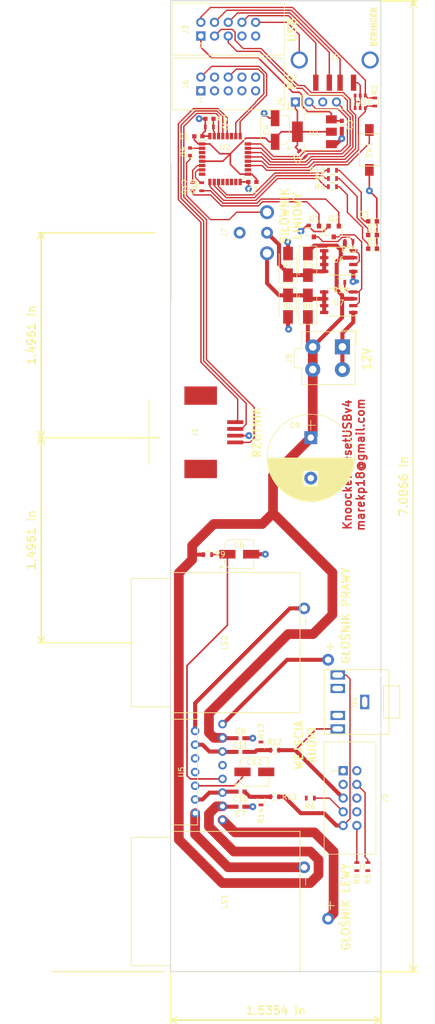
<source format=kicad_pcb>
(kicad_pcb (version 20171130) (host pcbnew "(5.0.0-rc2-dev-311-g1dd4af297)")
  (title_block (title resetUSB) (date 2018-02-14) (rev 1.0) (comment 1 "Projektant: Marek Piotrowski"))
  (layers (0 F.Cu signal) (31 B.Cu signal) (34 B.Paste user) (35 F.Paste user) (36 B.SilkS user) (37 F.SilkS user) (38 B.Mask user) (39 F.Mask user) (44 Edge.Cuts user))
  (net 0 "")
  (net 1 GND)
  (net 2 +5V)
  (net 3 +3V3)
  (net 4 +12V)
  (net 5 "Net-(D1-Pad2)")
  (net 6 "Net-(D2-Pad2)")
  (net 7 "Net-(D6-Pad2)")
  (net 8 /SWDIO)
  (net 9 /USB_P)
  (net 10 /USB_M)
  (net 11 "Net-(Q1-Pad1)")
  (net 12 "Net-(Q1-Pad3)")
  (net 13 "Net-(Q2-Pad3)")
  (net 14 "Net-(Q2-Pad1)")
  (net 15 /USB_PWR)
  (net 16 /SWCLK)
  (net 17 /M_IMP)
  (net 18 /RZUTNIK_VBUS)
  (net 19 /RZUTNIK_DP)
  (net 20 /RZUTNIK_DM)
  (net 21 /PC_PWR)
  (net 22 /PC_LED)
  (net 23 /M_IN1)
  (net 24 /M_IN2)
  (net 25 /LED_RED)
  (net 26 /LED_GREEN)
  (net 27 /LED_BLUE)
  (net 28 /PRZYCISK)
  (net 29 GNDA)
  (net 30 "Net-(C10-Pad2)")
  (net 31 "Net-(C10-Pad1)")
  (net 32 "Net-(LS1-Pad2)")
  (net 33 "Net-(LS1-Pad1)")
  (net 34 "Net-(LS2-Pad1)")
  (net 35 "Net-(LS2-Pad2)")
  (net 36 "Net-(C12-Pad1)")
  (net 37 "Net-(C5-Pad1)")
  (net 38 "Net-(C6-Pad1)")
  (net 39 "Net-(C11-Pad2)")
  (net 40 "Net-(C11-Pad1)")
  (net 41 "Net-(D3-Pad2)")
  (net 42 "Net-(D4-Pad1)")
  (net 43 "Net-(D5-Pad2)")
  (net 44 "Net-(J2-Pad5)")
  (net 45 "Net-(J2-Pad3)")
  (net 46 "Net-(J2-Pad4)")
  (net 47 "Net-(J2-Pad2)")
  (net 48 "Net-(J2-Pad1)")
  (net 49 "Net-(J3-Pad2)")
  (net 50 "Net-(J5-Pad4)")
  (net 51 "Net-(J5-Pad7)")
  (net 52 "Net-(J5-Pad10)")
  (net 53 /OUT2_R)
  (net 54 /OUT2_L)
  (module Resistors_SMD:R_0603 (layer F.Cu) (at 131.3415 193.5065 180)
    (fp_text reference R11 (at -2.794 0 180) (layer F.SilkS))
    (fp_text value 4K7)
    (pad 1 smd rect (at -0.75 0 180) (size 0.5 0.9) (layers F.Cu F.Paste F.Mask) (net 54 /OUT2_L))
    (pad 2 smd rect (at 0.75 0 180) (size 0.5 0.9) (layers F.Cu F.Paste F.Mask) (net 31 "Net-(C10-Pad1)"))
  )
  (module mpio:IDC10 (layer F.Cu) (at 144.0415 188.6805 270)
    (fp_text reference J5 (at 5.08 -7.62 270) (layer F.SilkS))
    (fp_text value Conn_02x05)
    (fp_text user 1 (at 0.02 1.72 270) (layer F.SilkS) (effects (font (thickness 0.12))))
    (pad 1 thru_hole rect (at 0 0 270) (size 1.7272 1.7272) (drill 1.016) (layers *.Cu *.Mask))
    (pad 2 thru_hole oval (at 0 -2.54 270) (size 1.7272 1.7272) (drill 1.016) (layers *.Cu *.Mask) (net 29 GNDA))
    (pad 3 thru_hole oval (at 2.54 0 270) (size 1.7272 1.7272) (drill 1.016) (layers *.Cu *.Mask))
    (pad 4 thru_hole oval (at 2.54 -2.54 270) (size 1.7272 1.7272) (drill 1.016) (layers *.Cu *.Mask) (net 50 "Net-(J5-Pad4)"))
    (pad 5 thru_hole oval (at 5.08 0 270) (size 1.7272 1.7272) (drill 1.016) (layers *.Cu *.Mask) (net 53 /OUT2_R))
    (pad 6 thru_hole oval (at 5.08 -2.54 270) (size 1.7272 1.7272) (drill 1.016) (layers *.Cu *.Mask))
    (pad 7 thru_hole oval (at 7.62 0 270) (size 1.7272 1.7272) (drill 1.016) (layers *.Cu *.Mask) (net 51 "Net-(J5-Pad7)"))
    (pad 8 thru_hole oval (at 7.62 -2.54 270) (size 1.7272 1.7272) (drill 1.016) (layers *.Cu *.Mask))
    (pad 9 thru_hole oval (at 10.16 0 270) (size 1.7272 1.7272) (drill 1.016) (layers *.Cu *.Mask) (net 54 /OUT2_L))
    (pad 10 thru_hole oval (at 10.16 -2.54 270) (size 1.7272 1.7272) (drill 1.016) (layers *.Cu *.Mask) (net 52 "Net-(J5-Pad10)"))
  )
  (module mpio:NLJ2MD-H (layer F.Cu) (at 112.0375 164.9325 270)
    (fp_text reference LS2 (at 0 -10 270) (layer F.SilkS))
    (fp_text value speak-on)
    (fp_text user - (at -3.81 -24.892 270) (layer F.SilkS) (effects (font (size 2 2))))
    (fp_text user + (at 0.762 -29.464 270) (layer F.SilkS) (effects (font (size 2 2))))
    (pad 1 thru_hole circle (at 3.18 -29.21 270) (size 2.2 2.2) (drill 1.2) (layers *.Cu *.Mask) (net 34 "Net-(LS2-Pad1)"))
    (pad 2 thru_hole circle (at -6.35 -24.77 270) (size 2.2 2.2) (drill 1.2) (layers *.Cu *.Mask) (net 35 "Net-(LS2-Pad2)"))
  )
  (module Capacitors_SMD:C_0603 (layer F.Cu) (at 124.9915 185.1905 180)
    (fp_text reference C11 (at 0 1.2192 180) (layer F.SilkS))
    (fp_text value 0.47u)
    (pad 2 smd rect (at 0.75 0 180) (size 0.8 0.75) (layers F.Cu F.Paste F.Mask) (net 39 "Net-(C11-Pad2)"))
    (pad 1 smd rect (at -0.75 0 180) (size 0.8 0.75) (layers F.Cu F.Paste F.Mask) (net 40 "Net-(C11-Pad1)"))
  )
  (module Capacitors_SMD:C_0603 (layer F.Cu) (at 125.0035 192.5565 180)
    (fp_text reference C10 (at 0 -1.3462 180) (layer F.SilkS))
    (fp_text value 0.47u)
    (pad 1 smd rect (at -0.75 0 180) (size 0.8 0.75) (layers F.Cu F.Paste F.Mask) (net 31 "Net-(C10-Pad1)"))
    (pad 2 smd rect (at 0.75 0 180) (size 0.8 0.75) (layers F.Cu F.Paste F.Mask) (net 30 "Net-(C10-Pad2)"))
  )
  (module Capacitors_SMD:CP_Elec_5x5.3 (layer F.Cu) (at 127.5715 188.8965)
    (fp_text reference C12 (at 0 -1.801) (layer F.SilkS))
    (fp_text value 47u)
    (fp_text user + (at -3.38 2.34) (layer F.SilkS))
    (pad 1 smd rect (at -2.2 0 180) (size 3 1.6) (layers F.Cu F.Paste F.Mask) (net 36 "Net-(C12-Pad1)"))
    (pad 2 smd rect (at 2.2 0 180) (size 3 1.6) (layers F.Cu F.Paste F.Mask) (net 29 GNDA))
  )
  (module Diodes_SMD:D_SMA (layer F.Cu) (at 133.813 94.7962 90)
    (fp_text reference D7 (at -0.0948 -0.0585 180) (layer F.SilkS))
    (fp_text value D)
    (pad 2 smd rect (at 2 0 90) (size 2.5 1.8) (layers F.Cu F.Paste F.Mask) (net 29 GNDA))
    (pad 1 smd rect (at -2 0 90) (size 2.5 1.8) (layers F.Cu F.Paste F.Mask) (net 43 "Net-(D5-Pad2)"))
  )
  (module Diodes_SMD:D_SMA (layer F.Cu) (at 133.813 102.5432 270)
    (fp_text reference D8 (at 0.0313 -3.688) (layer F.SilkS))
    (fp_text value D)
    (pad 2 smd rect (at 2 0 270) (size 2.5 1.8) (layers F.Cu F.Paste F.Mask) (net 29 GNDA))
    (pad 1 smd rect (at -2 0 270) (size 2.5 1.8) (layers F.Cu F.Paste F.Mask) (net 7 "Net-(D6-Pad2)"))
  )
  (module Diodes_SMD:D_SMA (layer F.Cu) (at 137.496 102.5432 90)
    (fp_text reference D6 (at 0 -3.678 180) (layer F.SilkS))
    (fp_text value D)
    (pad 1 smd rect (at -2 0 90) (size 2.5 1.8) (layers F.Cu F.Paste F.Mask) (net 4 +12V))
    (pad 2 smd rect (at 2 0 90) (size 2.5 1.8) (layers F.Cu F.Paste F.Mask) (net 7 "Net-(D6-Pad2)"))
  )
  (module mpio:SOIC-8_3.9x4.9mm_Pitch1.27mm (layer F.Cu) (at 143.2237 101.8146 180)
    (fp_text reference U7 (at 0 -0.1179 180) (layer F.SilkS))
    (fp_text value AO4616)
    (pad 1 smd rect (at -2.7 -1.905 180) (size 1.55 0.6) (layers F.Cu F.Paste F.Mask) (net 29 GNDA))
    (pad 2 smd rect (at -2.7 -0.635 180) (size 1.55 0.6) (layers F.Cu F.Paste F.Mask) (net 13 "Net-(Q2-Pad3)"))
    (pad 3 smd rect (at -2.7 0.635 180) (size 1.55 0.6) (layers F.Cu F.Paste F.Mask) (net 4 +12V))
    (pad 4 smd rect (at -2.7 1.905 180) (size 1.55 0.6) (layers F.Cu F.Paste F.Mask) (net 13 "Net-(Q2-Pad3)"))
    (pad 5 smd rect (at 2.7 1.905 180) (size 1.55 0.6) (layers F.Cu F.Paste F.Mask) (net 7 "Net-(D6-Pad2)"))
    (pad 6 smd rect (at 2.7 0.635 180) (size 1.55 0.6) (layers F.Cu F.Paste F.Mask) (net 7 "Net-(D6-Pad2)"))
    (pad 7 smd rect (at 2.7 -0.635 180) (size 1.55 0.6) (layers F.Cu F.Paste F.Mask) (net 7 "Net-(D6-Pad2)"))
    (pad 8 smd rect (at 2.7 -1.905 180) (size 1.55 0.6) (layers F.Cu F.Paste F.Mask) (net 7 "Net-(D6-Pad2)"))
  )
  (module TO_SOT_Packages_SMD:SOT-23 (layer F.Cu) (at 138.6035 88.702 270)
    (fp_text reference Q1 (at -2.3835 -0.104) (layer F.SilkS))
    (fp_text value BC817)
    (pad 3 smd rect (at 1 0 270) (size 0.9 0.8) (layers F.Cu F.Paste F.Mask) (net 12 "Net-(Q1-Pad3)"))
    (pad 2 smd rect (at -1 0.95 270) (size 0.9 0.8) (layers F.Cu F.Paste F.Mask) (net 29 GNDA))
    (pad 1 smd rect (at -1 -0.95 270) (size 0.9 0.8) (layers F.Cu F.Paste F.Mask) (net 11 "Net-(Q1-Pad1)"))
  )
  (module Diodes_SMD:D_SMA (layer F.Cu) (at 137.496 94.7962 270)
    (fp_text reference D5 (at 0 -0.0685) (layer F.SilkS))
    (fp_text value D)
    (pad 1 smd rect (at -2 0 270) (size 2.5 1.8) (layers F.Cu F.Paste F.Mask) (net 4 +12V))
    (pad 2 smd rect (at 2 0 270) (size 2.5 1.8) (layers F.Cu F.Paste F.Mask) (net 43 "Net-(D5-Pad2)"))
  )
  (module TO_SOT_Packages_SMD:SOT-23 (layer F.Cu) (at 142.2865 88.702 270)
    (fp_text reference Q2 (at -2.3835 0.023) (layer F.SilkS))
    (fp_text value BC817)
    (pad 3 smd rect (at 1 0 270) (size 0.9 0.8) (layers F.Cu F.Paste F.Mask) (net 13 "Net-(Q2-Pad3)"))
    (pad 2 smd rect (at -1 0.95 270) (size 0.9 0.8) (layers F.Cu F.Paste F.Mask) (net 29 GNDA))
    (pad 1 smd rect (at -1 -0.95 270) (size 0.9 0.8) (layers F.Cu F.Paste F.Mask) (net 14 "Net-(Q2-Pad1)"))
  )
  (module Resistors_SMD:R_0603 (layer F.Cu) (at 142.0603 77.3523 180)
    (fp_text reference R10 (at 2.8448 -0.0762 180) (layer F.SilkS))
    (fp_text value 33K)
    (pad 1 smd rect (at -0.75 0 180) (size 0.5 0.9) (layers F.Cu F.Paste F.Mask) (net 41 "Net-(D3-Pad2)"))
    (pad 2 smd rect (at 0.75 0 180) (size 0.5 0.9) (layers F.Cu F.Paste F.Mask) (net 27 /LED_BLUE))
  )
  (module mpio:SOIC-8_3.9x4.9mm_Pitch1.27mm (layer F.Cu) (at 143.2237 94.1946 180)
    (fp_text reference U6 (at 0 0.2621 180) (layer F.SilkS))
    (fp_text value AO4616)
    (pad 1 smd rect (at -2.7 -1.905 180) (size 1.55 0.6) (layers F.Cu F.Paste F.Mask) (net 29 GNDA))
    (pad 2 smd rect (at -2.7 -0.635 180) (size 1.55 0.6) (layers F.Cu F.Paste F.Mask) (net 12 "Net-(Q1-Pad3)"))
    (pad 3 smd rect (at -2.7 0.635 180) (size 1.55 0.6) (layers F.Cu F.Paste F.Mask) (net 4 +12V))
    (pad 4 smd rect (at -2.7 1.905 180) (size 1.55 0.6) (layers F.Cu F.Paste F.Mask) (net 12 "Net-(Q1-Pad3)"))
    (pad 5 smd rect (at 2.7 1.905 180) (size 1.55 0.6) (layers F.Cu F.Paste F.Mask) (net 43 "Net-(D5-Pad2)"))
    (pad 6 smd rect (at 2.7 0.635 180) (size 1.55 0.6) (layers F.Cu F.Paste F.Mask) (net 43 "Net-(D5-Pad2)"))
    (pad 7 smd rect (at 2.7 -0.635 180) (size 1.55 0.6) (layers F.Cu F.Paste F.Mask) (net 43 "Net-(D5-Pad2)"))
    (pad 8 smd rect (at 2.7 -1.905 180) (size 1.55 0.6) (layers F.Cu F.Paste F.Mask) (net 43 "Net-(D5-Pad2)"))
  )
  (module mpio:Molex_MiniFit-JR-5556-04A_2x02x4.20mm_Straight (layer F.Cu) (at 143.9015 110.0935 270)
    (fp_text reference J8 (at 2.1 10 270) (layer F.SilkS))
    (fp_text value "Mini-Fit Jr; 4,2mm")
    (pad 1 thru_hole rect (at 0 0 270) (size 2.8 2.8) (drill 1.4) (layers *.Cu *.Mask) (net 29 GNDA))
    (pad 2 thru_hole circle (at 4.2 0 270) (size 2.8 2.8) (drill 1.4) (layers *.Cu *.Mask) (net 29 GNDA))
    (pad 3 thru_hole circle (at 0 5.5 270) (size 2.8 2.8) (drill 1.4) (layers *.Cu *.Mask) (net 4 +12V))
    (pad 4 thru_hole circle (at 4.2 5.5 270) (size 2.8 2.8) (drill 1.4) (layers *.Cu *.Mask) (net 4 +12V))
  )
  (module mpio:AC3MAH-AU-PRE (layer F.Cu) (at 121.0375 88.9325 90)
    (fp_text reference J7 (at 0 1 90) (layer F.SilkS))
    (fp_text value XLR3)
    (pad "" np_thru_hole circle (at -3.81 -5.08 90) (size 1.6 1.6) (drill 1.6) (layers *.Cu *.Mask))
    (pad "" np_thru_hole circle (at 3.81 0 90) (size 1.6 1.6) (drill 1.6) (layers *.Cu *.Mask))
    (pad 4 thru_hole circle (at 0 3.81 90) (size 2.2 2.2) (drill 1.2) (layers *.Cu *.Mask))
    (pad 3 thru_hole circle (at 0 8.89 90) (size 2.2 2.2) (drill 1.2) (layers *.Cu *.Mask) (net 43 "Net-(D5-Pad2)"))
    (pad 2 thru_hole circle (at -3.81 8.89 90) (size 2.6 2.6) (drill 1.6) (layers *.Cu *.Mask) (net 7 "Net-(D6-Pad2)"))
    (pad 1 thru_hole circle (at 3.81 8.89 90) (size 2.6 2.6) (drill 1.6) (layers *.Cu *.Mask) (net 42 "Net-(D4-Pad1)"))
  )
  (module Housings_QFP:LQFP-32_7x7mm_Pitch0.8mm (layer F.Cu) (at 122.130272 75.273643)
    (fp_text reference U2 (at 0 -2.163143) (layer F.SilkS))
    (fp_text value STM32F042K6Tx)
    (pad 1 smd rect (at -4.25 -2.8) (size 1.2 0.6) (layers F.Cu F.Paste F.Mask) (net 3 +3V3))
    (pad 2 smd rect (at -4.25 -2) (size 1.2 0.6) (layers F.Cu F.Paste F.Mask) (net 17 /M_IMP))
    (pad 3 smd rect (at -4.25 -1.2) (size 1.2 0.6) (layers F.Cu F.Paste F.Mask))
    (pad 4 smd rect (at -4.25 -0.4) (size 1.2 0.6) (layers F.Cu F.Paste F.Mask))
    (pad 5 smd rect (at -4.25 0.4) (size 1.2 0.6) (layers F.Cu F.Paste F.Mask) (net 3 +3V3))
    (pad 6 smd rect (at -4.25 1.2) (size 1.2 0.6) (layers F.Cu F.Paste F.Mask) (net 23 /M_IN1))
    (pad 7 smd rect (at -4.25 2) (size 1.2 0.6) (layers F.Cu F.Paste F.Mask) (net 24 /M_IN2))
    (pad 8 smd rect (at -4.25 2.8) (size 1.2 0.6) (layers F.Cu F.Paste F.Mask))
    (pad 9 smd rect (at -2.8 4.25 90) (size 1.2 0.6) (layers F.Cu F.Paste F.Mask) (net 25 /LED_RED))
    (pad 10 smd rect (at -2 4.25 90) (size 1.2 0.6) (layers F.Cu F.Paste F.Mask) (net 26 /LED_GREEN))
    (pad 11 smd rect (at -1.2 4.25 90) (size 1.2 0.6) (layers F.Cu F.Paste F.Mask) (net 27 /LED_BLUE))
    (pad 12 smd rect (at -0.4 4.25 90) (size 1.2 0.6) (layers F.Cu F.Paste F.Mask))
    (pad 13 smd rect (at 0.4 4.25 90) (size 1.2 0.6) (layers F.Cu F.Paste F.Mask))
    (pad 14 smd rect (at 1.2 4.25 90) (size 1.2 0.6) (layers F.Cu F.Paste F.Mask))
    (pad 15 smd rect (at 2 4.25 90) (size 1.2 0.6) (layers F.Cu F.Paste F.Mask))
    (pad 16 smd rect (at 2.8 4.25 90) (size 1.2 0.6) (layers F.Cu F.Paste F.Mask) (net 1 GND))
    (pad 17 smd rect (at 4.25 2.8) (size 1.2 0.6) (layers F.Cu F.Paste F.Mask) (net 3 +3V3))
    (pad 18 smd rect (at 4.25 2) (size 1.2 0.6) (layers F.Cu F.Paste F.Mask))
    (pad 19 smd rect (at 4.25 1.2) (size 1.2 0.6) (layers F.Cu F.Paste F.Mask) (net 28 /PRZYCISK))
    (pad 20 smd rect (at 4.25 0.4) (size 1.2 0.6) (layers F.Cu F.Paste F.Mask) (net 15 /USB_PWR))
    (pad 21 smd rect (at 4.25 -0.4) (size 1.2 0.6) (layers F.Cu F.Paste F.Mask) (net 10 /USB_M))
    (pad 22 smd rect (at 4.25 -1.2) (size 1.2 0.6) (layers F.Cu F.Paste F.Mask) (net 9 /USB_P))
    (pad 23 smd rect (at 4.25 -2) (size 1.2 0.6) (layers F.Cu F.Paste F.Mask) (net 8 /SWDIO))
    (pad 24 smd rect (at 4.25 -2.8) (size 1.2 0.6) (layers F.Cu F.Paste F.Mask) (net 16 /SWCLK))
    (pad 25 smd rect (at 2.8 -4.25 90) (size 1.2 0.6) (layers F.Cu F.Paste F.Mask) (net 22 /PC_LED))
    (pad 26 smd rect (at 2 -4.25 90) (size 1.2 0.6) (layers F.Cu F.Paste F.Mask) (net 21 /PC_PWR))
    (pad 27 smd rect (at 1.2 -4.25 90) (size 1.2 0.6) (layers F.Cu F.Paste F.Mask))
    (pad 28 smd rect (at 0.4 -4.25 90) (size 1.2 0.6) (layers F.Cu F.Paste F.Mask) (net 19 /RZUTNIK_DP))
    (pad 29 smd rect (at -0.4 -4.25 90) (size 1.2 0.6) (layers F.Cu F.Paste F.Mask) (net 20 /RZUTNIK_DM))
    (pad 30 smd rect (at -1.2 -4.25 90) (size 1.2 0.6) (layers F.Cu F.Paste F.Mask) (net 18 /RZUTNIK_VBUS))
    (pad 31 smd rect (at -2 -4.25 90) (size 1.2 0.6) (layers F.Cu F.Paste F.Mask) (net 37 "Net-(C5-Pad1)"))
    (pad 32 smd rect (at -2.8 -4.25 90) (size 1.2 0.6) (layers F.Cu F.Paste F.Mask) (net 1 GND))
  )
  (module Resistors_SMD:R_0603 (layer F.Cu) (at 131.3415 184.8705 180)
    (fp_text reference R12 (at 0 1.524 180) (layer F.SilkS))
    (fp_text value 4K7)
    (pad 2 smd rect (at 0.75 0 180) (size 0.5 0.9) (layers F.Cu F.Paste F.Mask) (net 40 "Net-(C11-Pad1)"))
    (pad 1 smd rect (at -0.75 0 180) (size 0.5 0.9) (layers F.Cu F.Paste F.Mask) (net 53 /OUT2_R))
  )
  (module Resistors_SMD:R_0603 (layer F.Cu) (at 119.225376 69.325202)
    (fp_text reference R1 (at 2.972124 -0.024702) (layer F.SilkS))
    (fp_text value 100K)
    (pad 2 smd rect (at 0.75 0) (size 0.5 0.9) (layers F.Cu F.Paste F.Mask) (net 37 "Net-(C5-Pad1)"))
    (pad 1 smd rect (at -0.75 0) (size 0.5 0.9) (layers F.Cu F.Paste F.Mask) (net 1 GND))
  )
  (module Capacitors_SMD:C_0603 (layer F.Cu) (at 117.191131 71.052923)
    (fp_text reference C1 (at -2.613631 0.025577) (layer F.SilkS))
    (fp_text value 100n)
    (pad 1 smd rect (at -0.75 0) (size 0.8 0.75) (layers F.Cu F.Paste F.Mask) (net 3 +3V3))
    (pad 2 smd rect (at 0.75 0) (size 0.8 0.75) (layers F.Cu F.Paste F.Mask) (net 1 GND))
  )
  (module Capacitors_SMD:C_0603 (layer F.Cu) (at 119.237376 67.801202 180)
    (fp_text reference C5 (at -2.452124 0.024702 180) (layer F.SilkS))
    (fp_text value 100n)
    (pad 1 smd rect (at -0.75 0 180) (size 0.8 0.75) (layers F.Cu F.Paste F.Mask) (net 37 "Net-(C5-Pad1)"))
    (pad 2 smd rect (at 0.75 0 180) (size 0.8 0.75) (layers F.Cu F.Paste F.Mask) (net 1 GND))
  )
  (module mpio:JC-128 (layer F.Cu) (at 148.0375 175.9325 270)
    (fp_text reference U4 (at 0 1.814 270) (layer F.SilkS))
    (fp_text value JC-128)
    (pad "" np_thru_hole circle (at 5 -2.5 270) (size 1 1) (drill 1) (layers *.Cu *.Mask))
    (pad "" np_thru_hole circle (at -5 -2.5 270) (size 1 1) (drill 1) (layers *.Cu *.Mask))
    (pad "" np_thru_hole circle (at 5 0 270) (size 1 1) (drill 1) (layers *.Cu *.Mask))
    (pad "" np_thru_hole circle (at -5 0 270) (size 1 1) (drill 1) (layers *.Cu *.Mask))
    (pad "" np_thru_hole circle (at 0 5 270) (size 1 1) (drill 1) (layers *.Cu *.Mask))
    (pad 5 thru_hole rect (at 5 5 270) (size 1.7 2.7) (drill oval 1 2) (layers *.Cu *.Mask) (net 53 /OUT2_R))
    (pad 2 thru_hole rect (at -5 5 270) (size 1.7 2.7) (drill oval 1 2) (layers *.Cu *.Mask) (net 54 /OUT2_L))
    (pad 4 thru_hole rect (at 2.5 5 270) (size 1.7 2.7) (drill oval 1 2) (layers *.Cu *.Mask))
    (pad 3 thru_hole rect (at -2.5 5 270) (size 1.7 2.7) (drill oval 1 2) (layers *.Cu *.Mask))
    (pad 1 thru_hole rect (at 0 0 270) (size 2.7 1.7) (drill oval 2 1) (layers *.Cu *.Mask) (net 29 GNDA))
  )
  (module mpio:USB-A_SMD (layer F.Cu) (at 142.4675 56.9055 180)
    (fp_text reference J2 (at 0 0.5 180) (layer F.SilkS))
    (fp_text value TUEA4F2SOBHT)
    (pad 5 thru_hole circle (at -6.57 0 180) (size 3.2 3.2) (drill 2.3) (layers *.Cu *.Mask) (net 44 "Net-(J2-Pad5)"))
    (pad 5 thru_hole circle (at 6.57 0 180) (size 3.2 3.2) (drill 2.3) (layers *.Cu *.Mask) (net 44 "Net-(J2-Pad5)"))
    (pad 3 smd rect (at 1 -4.21 180) (size 1 3) (layers F.Cu F.Paste F.Mask) (net 45 "Net-(J2-Pad3)"))
    (pad 4 smd rect (at 3.5 -4.21 180) (size 1 3) (layers F.Cu F.Paste F.Mask) (net 46 "Net-(J2-Pad4)"))
    (pad 2 smd rect (at -1 -4.21 180) (size 1 3) (layers F.Cu F.Paste F.Mask) (net 47 "Net-(J2-Pad2)"))
    (pad 1 smd rect (at -3.5 -4.21 180) (size 1 3) (layers F.Cu F.Paste F.Mask) (net 48 "Net-(J2-Pad1)"))
  )
  (module Capacitors_SMD:C_0603 (layer F.Cu) (at 124.9915 182.6505)
    (fp_text reference C8 (at 0 -1.2446) (layer F.SilkS))
    (fp_text value 100n)
    (pad 2 smd rect (at 0.75 0) (size 0.8 0.75) (layers F.Cu F.Paste F.Mask) (net 29 GNDA))
    (pad 1 smd rect (at -0.75 0) (size 0.8 0.75) (layers F.Cu F.Paste F.Mask) (net 4 +12V))
  )
  (module Capacitors_THT:CP_Radial_D16.0mm_P7.50mm (layer F.Cu) (at 138.0375 126.9325 270)
    (fp_text reference C9 (at -2.28 3) (layer F.SilkS))
    (fp_text value 4700u)
    (pad 1 thru_hole rect (at 0 0 270) (size 2.4 2.4) (drill 1.2) (layers *.Cu *.Mask) (net 4 +12V))
    (pad 2 thru_hole circle (at 7.5 0 270) (size 2.4 2.4) (drill 1.2) (layers *.Cu *.Mask) (net 29 GNDA))
  )
  (module mpio:NLJ2MD-H (layer F.Cu) (at 112.0375 212.9325 270)
    (fp_text reference LS1 (at 0 -10 270) (layer F.SilkS))
    (fp_text value speak-on)
    (fp_text user + (at 0.762 -29.464 270) (layer F.SilkS) (effects (font (size 2 2))))
    (fp_text user - (at -3.81 -24.892 270) (layer F.SilkS) (effects (font (size 2 2))))
    (pad 2 thru_hole circle (at -6.35 -24.77 270) (size 2.2 2.2) (drill 1.2) (layers *.Cu *.Mask) (net 32 "Net-(LS1-Pad2)"))
    (pad 1 thru_hole circle (at 3.18 -29.21 270) (size 2.2 2.2) (drill 1.2) (layers *.Cu *.Mask) (net 33 "Net-(LS1-Pad1)"))
  )
  (module Capacitors_SMD:C_0603 (layer F.Cu) (at 143.786359 68.940041 270)
    (fp_text reference C3 (at 0 -1.5 270) (layer F.SilkS))
    (fp_text value 100n)
    (pad 1 smd rect (at -0.75 0 270) (size 0.8 0.75) (layers F.Cu F.Paste F.Mask) (net 2 +5V))
    (pad 2 smd rect (at 0.75 0 270) (size 0.8 0.75) (layers F.Cu F.Paste F.Mask) (net 1 GND))
  )
  (module Capacitors_SMD:CP_Elec_5x5.3 (layer F.Cu) (at 131.4183 69.8751 90)
    (fp_text reference C4 (at 0 -1.6008 90) (layer F.SilkS))
    (fp_text value 10u)
    (fp_text user + (at -3.38 2.34 90) (layer F.SilkS))
    (pad 2 smd rect (at 2.2 0 270) (size 3 1.6) (layers F.Cu F.Paste F.Mask) (net 1 GND))
    (pad 1 smd rect (at -2.2 0 270) (size 3 1.6) (layers F.Cu F.Paste F.Mask) (net 3 +3V3))
  )
  (module TO_SOT_Packages_SMD:SOT-223-3_TabPin2 (layer F.Cu) (at 138.706359 70.210041 180)
    (fp_text reference U1 (at 0 -0.106459 180) (layer F.SilkS))
    (fp_text value LD1117S33TR)
    (pad 1 smd rect (at -3.15 -2.3 180) (size 2 1.5) (layers F.Cu F.Paste F.Mask) (net 1 GND))
    (pad 3 smd rect (at -3.15 2.3 180) (size 2 1.5) (layers F.Cu F.Paste F.Mask) (net 2 +5V))
    (pad 2 smd rect (at -3.15 0 180) (size 2 1.5) (layers F.Cu F.Paste F.Mask) (net 3 +3V3))
    (pad 2 smd rect (at 3.15 0 180) (size 2 3.8) (layers F.Cu F.Paste F.Mask) (net 3 +3V3))
  )
  (module mpio:SW_3x6_1,6x7,4 (layer F.Cu) (at 148.8935 73.5835 90)
    (fp_text reference SW1 (at 0 0 90) (layer F.SilkS))
    (fp_text value "TACTM-34N-F " hide)
    (pad 2 smd rect (at 3.7 0 90) (size 2.18 1.6) (layers F.Cu F.Paste F.Mask) (net 28 /PRZYCISK))
    (pad 1 smd rect (at -3.7 0 90) (size 2.18 1.6) (layers F.Cu F.Paste F.Mask) (net 1 GND))
  )
  (module Capacitors_SMD:C_0603 (layer F.Cu) (at 127.210127 79.513456 180)
    (fp_text reference C2 (at 0 -1.5 180) (layer F.SilkS))
    (fp_text value 100n)
    (pad 1 smd rect (at -0.75 0 180) (size 0.8 0.75) (layers F.Cu F.Paste F.Mask) (net 3 +3V3))
    (pad 2 smd rect (at 0.75 0 180) (size 0.8 0.75) (layers F.Cu F.Paste F.Mask) (net 1 GND))
  )
  (module Resistors_SMD:R_0603 (layer F.Cu) (at 136.4475 74.3455 135)
    (fp_text reference R3 (at 0 -1.45 135) (layer F.SilkS))
    (fp_text value 100K)
    (pad 2 smd rect (at 0.75 0 135) (size 0.5 0.9) (layers F.Cu F.Paste F.Mask) (net 3 +3V3))
    (pad 1 smd rect (at -0.75 0 135) (size 0.5 0.9) (layers F.Cu F.Paste F.Mask) (net 8 /SWDIO))
  )
  (module Resistors_SMD:R_0603 (layer F.Cu) (at 128.8015 184.1085 90)
    (fp_text reference R13 (at 2.794 0 90) (layer F.SilkS))
    (fp_text value 10K)
    (pad 2 smd rect (at 0.75 0 90) (size 0.5 0.9) (layers F.Cu F.Paste F.Mask) (net 29 GNDA))
    (pad 1 smd rect (at -0.75 0 90) (size 0.5 0.9) (layers F.Cu F.Paste F.Mask) (net 40 "Net-(C11-Pad1)"))
  )
  (module Diodes_SMD:D_SOD-523 (layer F.Cu) (at 115.6335 73.9235 90)
    (fp_text reference D4 (at 0 -1.3 90) (layer F.SilkS))
    (fp_text value D_Schottky)
    (pad 1 smd rect (at -0.7 0 270) (size 0.6 0.7) (layers F.Cu F.Paste F.Mask) (net 42 "Net-(D4-Pad1)"))
    (pad 2 smd rect (at 0.7 0 270) (size 0.6 0.7) (layers F.Cu F.Paste F.Mask) (net 17 /M_IMP))
  )
  (module LEDs:LED_0603 (layer F.Cu) (at 149.484 91.8985 180)
    (fp_text reference D1 (at 0 1.262 180) (layer F.SilkS))
    (fp_text value RED)
    (pad 1 smd rect (at -0.8 0) (size 0.8 0.8) (layers F.Cu F.Paste F.Mask) (net 1 GND))
    (pad 2 smd rect (at 0.8 0) (size 0.8 0.8) (layers F.Cu F.Paste F.Mask) (net 5 "Net-(D1-Pad2)"))
  )
  (module LEDs:LED_0603 (layer F.Cu) (at 149.484 89.3585 180)
    (fp_text reference D2 (at 0 1.262 180) (layer F.SilkS))
    (fp_text value GREEN)
    (pad 1 smd rect (at -0.8 0) (size 0.8 0.8) (layers F.Cu F.Paste F.Mask) (net 1 GND))
    (pad 2 smd rect (at 0.8 0) (size 0.8 0.8) (layers F.Cu F.Paste F.Mask) (net 6 "Net-(D2-Pad2)"))
  )
  (module LEDs:LED_0603 (layer F.Cu) (at 149.484 86.8185 180)
    (fp_text reference D3 (at 1.6325 1.262 180) (layer F.SilkS))
    (fp_text value BLUE)
    (pad 1 smd rect (at -0.8 0) (size 0.8 0.8) (layers F.Cu F.Paste F.Mask) (net 1 GND))
    (pad 2 smd rect (at 0.8 0) (size 0.8 0.8) (layers F.Cu F.Paste F.Mask) (net 41 "Net-(D3-Pad2)"))
  )
  (module mpio:USB-B_SMD (layer F.Cu) (at 117.0375 125.9325 270)
    (fp_text reference J1 (at 0 0.5 270) (layer F.SilkS))
    (fp_text value USBB-G-SMD)
    (pad 1 smd rect (at 1.875 -7 270) (size 0.7 3) (layers F.Cu F.Paste F.Mask) (net 18 /RZUTNIK_VBUS))
    (pad 3 smd rect (at -1.875 -7 270) (size 0.7 3) (layers F.Cu F.Paste F.Mask) (net 19 /RZUTNIK_DP))
    (pad 4 smd rect (at 0.625 -7 270) (size 0.7 3) (layers F.Cu F.Paste F.Mask) (net 1 GND))
    (pad 2 smd rect (at -0.625 -7 270) (size 0.7 3) (layers F.Cu F.Paste F.Mask) (net 20 /RZUTNIK_DM))
    (pad 5 smd rect (at 6.8 0 270) (size 3.4 6.04) (drill (offset 0 -0.58)) (layers F.Cu F.Paste F.Mask) (net 1 GND))
    (pad 5 smd rect (at -6.8 0 270) (size 3.4 6.04) (drill (offset 0 -0.58)) (layers F.Cu F.Paste F.Mask) (net 1 GND))
    (pad "" np_thru_hole circle (at 2.75 0 270) (size 1.4 1.4) (drill 1.4) (layers *.Cu *.Mask))
    (pad "" np_thru_hole circle (at -2.75 0 270) (size 1.4 1.4) (drill 1.4) (layers *.Cu *.Mask))
  )
  (module Resistors_SMD:R_0603 (layer F.Cu) (at 149.9095 64.6935 270)
    (fp_text reference R2 (at -2.251 0.026 270) (layer F.SilkS))
    (fp_text value 100K)
    (pad 2 smd rect (at 0.75 0 270) (size 0.5 0.9) (layers F.Cu F.Paste F.Mask) (net 15 /USB_PWR))
    (pad 1 smd rect (at -0.75 0 270) (size 0.5 0.9) (layers F.Cu F.Paste F.Mask) (net 49 "Net-(J3-Pad2)"))
  )
  (module mpio:IDC10 (layer F.Cu) (at 117.6515 52.4615)
    (fp_text reference J3 (at -2.82 -1.195 90) (layer F.SilkS))
    (fp_text value Conn_02x05)
    (fp_text user 1 (at 0.02 1.72) (layer F.SilkS) (effects (font (thickness 0.12))))
    (pad 1 thru_hole rect (at 0 0) (size 1.7272 1.7272) (drill 1.016) (layers *.Cu *.Mask) (net 2 +5V))
    (pad 2 thru_hole oval (at 0 -2.54) (size 1.7272 1.7272) (drill 1.016) (layers *.Cu *.Mask) (net 49 "Net-(J3-Pad2)"))
    (pad 3 thru_hole oval (at 2.54 0) (size 1.7272 1.7272) (drill 1.016) (layers *.Cu *.Mask) (net 10 /USB_M))
    (pad 4 thru_hole oval (at 2.54 -2.54) (size 1.7272 1.7272) (drill 1.016) (layers *.Cu *.Mask) (net 47 "Net-(J2-Pad2)"))
    (pad 5 thru_hole oval (at 5.08 0) (size 1.7272 1.7272) (drill 1.016) (layers *.Cu *.Mask) (net 9 /USB_P))
    (pad 6 thru_hole oval (at 5.08 -2.54) (size 1.7272 1.7272) (drill 1.016) (layers *.Cu *.Mask) (net 45 "Net-(J2-Pad3)"))
    (pad 7 thru_hole oval (at 7.62 0) (size 1.7272 1.7272) (drill 1.016) (layers *.Cu *.Mask) (net 1 GND))
    (pad 8 thru_hole oval (at 7.62 -2.54) (size 1.7272 1.7272) (drill 1.016) (layers *.Cu *.Mask) (net 46 "Net-(J2-Pad4)"))
    (pad 9 thru_hole oval (at 10.16 0) (size 1.7272 1.7272) (drill 1.016) (layers *.Cu *.Mask))
    (pad 10 thru_hole oval (at 10.16 -2.54) (size 1.7272 1.7272) (drill 1.016) (layers *.Cu *.Mask) (net 44 "Net-(J2-Pad5)"))
  )
  (module mpio:IDC10 (layer F.Cu) (at 117.6515 62.6215)
    (fp_text reference J6 (at -2.82 -1.195 90) (layer F.SilkS))
    (fp_text value Conn_02x05)
    (fp_text user 1 (at 0.02 1.72) (layer F.SilkS) (effects (font (thickness 0.12))))
    (pad 10 thru_hole oval (at 10.16 -2.54) (size 1.7272 1.7272) (drill 1.016) (layers *.Cu *.Mask))
    (pad 9 thru_hole oval (at 10.16 0) (size 1.7272 1.7272) (drill 1.016) (layers *.Cu *.Mask))
    (pad 8 thru_hole oval (at 7.62 -2.54) (size 1.7272 1.7272) (drill 1.016) (layers *.Cu *.Mask))
    (pad 7 thru_hole oval (at 7.62 0) (size 1.7272 1.7272) (drill 1.016) (layers *.Cu *.Mask))
    (pad 6 thru_hole oval (at 5.08 -2.54) (size 1.7272 1.7272) (drill 1.016) (layers *.Cu *.Mask) (net 21 /PC_PWR))
    (pad 5 thru_hole oval (at 5.08 0) (size 1.7272 1.7272) (drill 1.016) (layers *.Cu *.Mask))
    (pad 4 thru_hole oval (at 2.54 -2.54) (size 1.7272 1.7272) (drill 1.016) (layers *.Cu *.Mask))
    (pad 3 thru_hole oval (at 2.54 0) (size 1.7272 1.7272) (drill 1.016) (layers *.Cu *.Mask))
    (pad 2 thru_hole oval (at 0 -2.54) (size 1.7272 1.7272) (drill 1.016) (layers *.Cu *.Mask) (net 22 /PC_LED))
    (pad 1 thru_hole rect (at 0 0) (size 1.7272 1.7272) (drill 1.016) (layers *.Cu *.Mask))
  )
  (module Pin_Headers:Pin_Header_Straight_1x04_Pitch2.54mm (layer F.Cu) (at 135.1775 64.6935 90)
    (fp_text reference J4 (at 0 -2.82 270) (layer F.SilkS))
    (fp_text value SWD_4pin)
    (pad 4 thru_hole oval (at 0 7.62 90) (size 1.7 1.7) (drill 1) (layers *.Cu *.Mask) (net 8 /SWDIO))
    (pad 3 thru_hole oval (at 0 5.08 90) (size 1.7 1.7) (drill 1) (layers *.Cu *.Mask) (net 1 GND))
    (pad 2 thru_hole oval (at 0 2.54 90) (size 1.7 1.7) (drill 1) (layers *.Cu *.Mask) (net 16 /SWCLK))
    (pad 1 thru_hole rect (at 0 0 90) (size 1.7 1.7) (drill 1) (layers *.Cu *.Mask) (net 3 +3V3))
  )
  (module mpio:TSOP-6_1.65x3.05mm_Pitch0.95mm (layer F.Cu) (at 147.2044 64.6568 90)
    (fp_text reference U3 (at -0.0717 0.1391 180) (layer F.SilkS))
    (fp_text value IRLTS2242)
    (pad 6 smd rect (at 1.16 -0.95 90) (size 0.7 0.51) (layers F.Cu F.Paste F.Mask) (net 48 "Net-(J2-Pad1)"))
    (pad 5 smd rect (at 1.16 0 90) (size 0.7 0.51) (layers F.Cu F.Paste F.Mask) (net 48 "Net-(J2-Pad1)"))
    (pad 4 smd rect (at 1.16 0.95 90) (size 0.7 0.51) (layers F.Cu F.Paste F.Mask) (net 49 "Net-(J3-Pad2)"))
    (pad 3 smd rect (at -1.16 0.95 90) (size 0.7 0.51) (layers F.Cu F.Paste F.Mask) (net 15 /USB_PWR))
    (pad 2 smd rect (at -1.16 0 90) (size 0.7 0.51) (layers F.Cu F.Paste F.Mask) (net 48 "Net-(J2-Pad1)"))
    (pad 1 smd rect (at -1.16 -0.95 90) (size 0.7 0.51) (layers F.Cu F.Paste F.Mask) (net 48 "Net-(J2-Pad1)"))
  )
  (module Capacitors_SMD:CP_Elec_5x5.3 (layer F.Cu) (at 124.7775 148.5385)
    (fp_text reference C6 (at 0 -1.702) (layer F.SilkS))
    (fp_text value 10u)
    (fp_text user + (at -3.38 2.34) (layer F.SilkS))
    (pad 2 smd rect (at 2.2 0 180) (size 3 1.6) (layers F.Cu F.Paste F.Mask) (net 29 GNDA))
    (pad 1 smd rect (at -2.2 0 180) (size 3 1.6) (layers F.Cu F.Paste F.Mask) (net 38 "Net-(C6-Pad1)"))
  )
  (module Resistors_SMD:R_0603 (layer F.Cu) (at 142.0603 78.8763 180)
    (fp_text reference R7 (at 2.3368 -0.0562 180) (layer F.SilkS))
    (fp_text value 6K8)
    (pad 1 smd rect (at -0.75 0 180) (size 0.5 0.9) (layers F.Cu F.Paste F.Mask) (net 6 "Net-(D2-Pad2)"))
    (pad 2 smd rect (at 0.75 0 180) (size 0.5 0.9) (layers F.Cu F.Paste F.Mask) (net 26 /LED_GREEN))
  )
  (module mpio:MULTIWATT15 (layer F.Cu) (at 112.0375 188.9325 90)
    (fp_text reference U5 (at 0 2 90) (layer F.SilkS))
    (fp_text value TDA7375)
    (pad 8 thru_hole circle (at 0 4.55 90) (size 1.6 1.6) (drill 0.9) (layers *.Cu *.Mask) (net 29 GNDA))
    (pad 6 thru_hole circle (at -2.54 4.55 90) (size 1.6 1.6) (drill 0.9) (layers *.Cu *.Mask) (net 36 "Net-(C12-Pad1)"))
    (pad 4 thru_hole circle (at -5.08 4.55 90) (size 1.6 1.6) (drill 0.9) (layers *.Cu *.Mask) (net 30 "Net-(C10-Pad2)"))
    (pad 2 thru_hole circle (at -7.62 4.55 90) (size 1.6 1.6) (drill 0.9) (layers *.Cu *.Mask) (net 32 "Net-(LS1-Pad2)"))
    (pad 10 thru_hole circle (at 2.54 4.55 90) (size 1.6 1.6) (drill 0.9) (layers *.Cu *.Mask))
    (pad 12 thru_hole circle (at 5.08 4.55 90) (size 1.6 1.6) (drill 0.9) (layers *.Cu *.Mask) (net 39 "Net-(C11-Pad2)"))
    (pad 14 thru_hole circle (at 7.62 4.55 90) (size 1.6 1.6) (drill 0.9) (layers *.Cu *.Mask) (net 35 "Net-(LS2-Pad2)"))
    (pad 1 thru_hole circle (at -8.89 9.63 90) (size 1.6 1.6) (drill 0.9) (layers *.Cu *.Mask) (net 33 "Net-(LS1-Pad1)"))
    (pad 3 thru_hole circle (at -6.35 9.63 90) (size 1.6 1.6) (drill 0.9) (layers *.Cu *.Mask) (net 4 +12V))
    (pad 5 thru_hole circle (at -3.81 9.63 90) (size 1.6 1.6) (drill 0.9) (layers *.Cu *.Mask) (net 30 "Net-(C10-Pad2)"))
    (pad 7 thru_hole circle (at -1.27 9.63 90) (size 1.6 1.6) (drill 0.9) (layers *.Cu *.Mask) (net 38 "Net-(C6-Pad1)"))
    (pad 9 thru_hole circle (at 1.27 9.63 90) (size 1.6 1.6) (drill 0.9) (layers *.Cu *.Mask) (net 29 GNDA))
    (pad 11 thru_hole circle (at 3.81 9.63 90) (size 1.6 1.6) (drill 0.9) (layers *.Cu *.Mask) (net 39 "Net-(C11-Pad2)"))
    (pad 13 thru_hole circle (at 6.35 9.63 90) (size 1.6 1.6) (drill 0.9) (layers *.Cu *.Mask) (net 4 +12V))
    (pad 15 thru_hole circle (at 8.89 9.63 90) (size 1.6 1.6) (drill 0.9) (layers *.Cu *.Mask) (net 34 "Net-(LS2-Pad1)"))
  )
  (module Capacitors_SMD:C_0603 (layer F.Cu) (at 124.9915 195.3505)
    (fp_text reference C7 (at 0 1.3208) (layer F.SilkS))
    (fp_text value 100n)
    (pad 2 smd rect (at 0.75 0) (size 0.8 0.75) (layers F.Cu F.Paste F.Mask) (net 29 GNDA))
    (pad 1 smd rect (at -0.75 0) (size 0.8 0.75) (layers F.Cu F.Paste F.Mask) (net 4 +12V))
  )
  (module Resistors_SMD:R_0603 (layer F.Cu) (at 142.0495 80.4005 180)
    (fp_text reference R4 (at 2.326 -0.076 180) (layer F.SilkS))
    (fp_text value 22K)
    (pad 1 smd rect (at -0.75 0 180) (size 0.5 0.9) (layers F.Cu F.Paste F.Mask) (net 5 "Net-(D1-Pad2)"))
    (pad 2 smd rect (at 0.75 0 180) (size 0.5 0.9) (layers F.Cu F.Paste F.Mask) (net 25 /LED_RED))
  )
  (module Resistors_SMD:R_0603 (layer F.Cu) (at 137.9455 193.7605)
    (fp_text reference R6 (at 0 1.524) (layer F.SilkS))
    (fp_text value N.C.)
    (pad 2 smd rect (at 0.75 0) (size 0.5 0.9) (layers F.Cu F.Paste F.Mask) (net 51 "Net-(J5-Pad7)"))
    (pad 1 smd rect (at -0.75 0) (size 0.5 0.9) (layers F.Cu F.Paste F.Mask) (net 29 GNDA))
  )
  (module Resistors_SMD:R_0603 (layer F.Cu) (at 118.8955 148.6247)
    (fp_text reference R9 (at 2.326 -0.076) (layer F.SilkS))
    (fp_text value 47K)
    (pad 1 smd rect (at -0.75 0) (size 0.5 0.9) (layers F.Cu F.Paste F.Mask) (net 4 +12V))
    (pad 2 smd rect (at 0.75 0) (size 0.5 0.9) (layers F.Cu F.Paste F.Mask) (net 38 "Net-(C6-Pad1)"))
  )
  (module Resistors_SMD:R_0603 (layer F.Cu) (at 148.6135 206.4605 270)
    (fp_text reference R5 (at 2.286 0 270) (layer F.SilkS))
    (fp_text value N.C.)
    (pad 1 smd rect (at -0.75 0 270) (size 0.5 0.9) (layers F.Cu F.Paste F.Mask) (net 50 "Net-(J5-Pad4)"))
    (pad 2 smd rect (at 0.75 0 270) (size 0.5 0.9) (layers F.Cu F.Paste F.Mask) (net 29 GNDA))
  )
  (module Resistors_SMD:R_0603 (layer F.Cu) (at 146.5815 206.4605 270)
    (fp_text reference R8 (at 2.286 0 270) (layer F.SilkS))
    (fp_text value N.C.)
    (pad 1 smd rect (at -0.75 0 270) (size 0.5 0.9) (layers F.Cu F.Paste F.Mask) (net 52 "Net-(J5-Pad10)"))
    (pad 2 smd rect (at 0.75 0 270) (size 0.5 0.9) (layers F.Cu F.Paste F.Mask) (net 29 GNDA))
  )
  (module Resistors_SMD:R_0603 (layer F.Cu) (at 128.8015 194.2685 270)
    (fp_text reference R14 (at 2.794 0 270) (layer F.SilkS))
    (fp_text value 10K)
    (pad 1 smd rect (at -0.75 0 270) (size 0.5 0.9) (layers F.Cu F.Paste F.Mask) (net 31 "Net-(C10-Pad1)"))
    (pad 2 smd rect (at 0.75 0 270) (size 0.5 0.9) (layers F.Cu F.Paste F.Mask) (net 29 GNDA))
  )
  (module Resistors_SMD:R_0603 (layer F.Cu) (at 145.1083 90.5603 180)
    (fp_text reference R15 (at 0 -1.45 180) (layer F.SilkS))
    (fp_text value 10K)
    (pad 2 smd rect (at 0.75 0 180) (size 0.5 0.9) (layers F.Cu F.Paste F.Mask) (net 4 +12V))
    (pad 1 smd rect (at -0.75 0 180) (size 0.5 0.9) (layers F.Cu F.Paste F.Mask) (net 12 "Net-(Q1-Pad3)"))
  )
  (module Resistors_SMD:R_0603 (layer F.Cu) (at 143.5843 98.1295 180)
    (fp_text reference R16 (at 0 -1.45 180) (layer F.SilkS))
    (fp_text value 10K)
    (pad 1 smd rect (at -0.75 0 180) (size 0.5 0.9) (layers F.Cu F.Paste F.Mask) (net 13 "Net-(Q2-Pad3)"))
    (pad 2 smd rect (at 0.75 0 180) (size 0.5 0.9) (layers F.Cu F.Paste F.Mask) (net 4 +12V))
  )
  (module Resistors_SMD:R_0603 (layer F.Cu) (at 116.1523 80.4003 90)
    (fp_text reference R17 (at 0 -1.45 90) (layer F.SilkS))
    (fp_text value 10K)
    (pad 2 smd rect (at 0.75 0 90) (size 0.5 0.9) (layers F.Cu F.Paste F.Mask) (net 23 /M_IN1))
    (pad 1 smd rect (at -0.75 0 90) (size 0.5 0.9) (layers F.Cu F.Paste F.Mask) (net 11 "Net-(Q1-Pad1)"))
  )
  (module Resistors_SMD:R_0603 (layer F.Cu) (at 117.8033 80.4003 90)
    (fp_text reference R18 (at 0 -1.45 90) (layer F.SilkS))
    (fp_text value 10K)
    (pad 2 smd rect (at 0.75 0 90) (size 0.5 0.9) (layers F.Cu F.Paste F.Mask) (net 24 /M_IN2))
    (pad 1 smd rect (at -0.75 0 90) (size 0.5 0.9) (layers F.Cu F.Paste F.Mask) (net 14 "Net-(Q2-Pad1)"))
  )
  (dimension 38 (width 0.3) (layer F.SilkS) (gr_text "38.000 mm" (at 85.937501 107.9325 270) (layer F.SilkS) (effects (font (size 1.5 1.5) (thickness 0.3)))) (feature1 (pts (xy 109.0375 126.9325) (xy 87.45108 126.9325))) (feature2 (pts (xy 109.0375 88.9325) (xy 87.45108 88.9325))) (crossbar (pts (xy 88.037501 88.9325) (xy 88.037501 126.9325))) (arrow1a (pts (xy 88.037501 126.9325) (xy 87.45108 125.805996))) (arrow1b (pts (xy 88.037501 126.9325) (xy 88.623922 125.805996))) (arrow2a (pts (xy 88.037501 88.9325) (xy 87.45108 90.059004))) (arrow2b (pts (xy 88.037501 88.9325) (xy 88.623922 90.059004))))
  (dimension 38 (width 0.3) (layer F.SilkS) (gr_text "38.000 mm" (at 85.9375 145.9325 90) (layer F.SilkS) (effects (font (size 1.5 1.5) (thickness 0.3)))) (feature1 (pts (xy 105.0375 126.9325) (xy 87.451079 126.9325))) (feature2 (pts (xy 105.0375 164.9325) (xy 87.451079 164.9325))) (crossbar (pts (xy 88.0375 164.9325) (xy 88.0375 126.9325))) (arrow1a (pts (xy 88.0375 126.9325) (xy 88.623921 128.059004))) (arrow1b (pts (xy 88.0375 126.9325) (xy 87.451079 128.059004))) (arrow2a (pts (xy 88.0375 164.9325) (xy 88.623921 163.805996))) (arrow2b (pts (xy 88.0375 164.9325) (xy 87.451079 163.805996))))
  (gr_line (start 110.0375 126.9325) (end 99.0375 126.9325) (layer F.SilkS) (width 0.2))
  (dimension 39 (width 0.3) (layer F.SilkS) (gr_text "39.000 mm" (at 131.5375 237.0325) (layer F.SilkS) (effects (font (size 1.5 1.5) (thickness 0.3)))) (feature1 (pts (xy 151.0375 225.9325) (xy 151.0375 235.518921))) (feature2 (pts (xy 112.0375 225.9325) (xy 112.0375 235.518921))) (crossbar (pts (xy 112.0375 234.9325) (xy 151.0375 234.9325))) (arrow1a (pts (xy 151.0375 234.9325) (xy 149.910996 235.518921))) (arrow1b (pts (xy 151.0375 234.9325) (xy 149.910996 234.346079))) (arrow2a (pts (xy 112.0375 234.9325) (xy 113.164004 235.518921))) (arrow2b (pts (xy 112.0375 234.9325) (xy 113.164004 234.346079))))
  (dimension 180 (width 0.3) (layer F.SilkS) (gr_text "180.000 mm" (at 159.1375 135.9325 270) (layer F.SilkS) (effects (font (size 1.5 1.5) (thickness 0.3)))) (feature1 (pts (xy 151.0375 225.9325) (xy 157.623921 225.9325))) (feature2 (pts (xy 151.0375 45.9325) (xy 157.623921 45.9325))) (crossbar (pts (xy 157.0375 45.9325) (xy 157.0375 225.9325))) (arrow1a (pts (xy 157.0375 225.9325) (xy 156.451079 224.805996))) (arrow1b (pts (xy 157.0375 225.9325) (xy 157.623921 224.805996))) (arrow2a (pts (xy 157.0375 45.9325) (xy 156.451079 47.059004))) (arrow2b (pts (xy 157.0375 45.9325) (xy 157.623921 47.059004))))
  (gr_line (start 112.0375 225.9325) (end 151.0375 225.9325) (layer Edge.Cuts) (width 0.15))
  (gr_line (start 151.0375 225.9325) (end 151.0375 45.9325) (layer Edge.Cuts) (width 0.15))
  (gr_line (start 112.0375 45.9325) (end 112.0375 225.9325) (layer Edge.Cuts) (width 0.15))
  (gr_line (start 151.0375 45.9325) (end 112.0375 45.9325) (layer Edge.Cuts) (width 0.15))
  (gr_text RZUTNIK (at 128.0375 125.9325 90) (layer F.SilkS) (effects (font (size 1.5 1.5) (thickness 0.3))))
  (gr_line (start 111.0375 225.9325) (end 90.0375 225.9325) (layer F.SilkS) (width 0.2))
  (gr_text BERINGER (at 149.7565 50.7585 90) (layer F.SilkS) (effects (font (size 1 1) (thickness 0.25))))
  (gr_text "WEJSCIA\nAUDIO" (at 137.0375 183.9325 90) (layer F.SilkS) (effects (font (size 1.5 1.5) (thickness 0.3))))
  (gr_text "GŁOŚNIK PRAWY" (at 144.5495 159.9325 90) (layer F.SilkS) (effects (font (size 1.5 1.5) (thickness 0.3))))
  (gr_text "GŁOŚNIK LEWY" (at 144.5495 213.9325 90) (layer F.SilkS) (effects (font (size 1.5 1.5) (thickness 0.3))))
  (gr_text "SIŁOWNIK\nLINIOWY" (at 134.3895 85.8105 90) (layer F.SilkS) (effects (font (size 1.5 1.5) (thickness 0.3))))
  (gr_text "Knoocker resetUSBv4\nmarekp18@gmail.com" (at 146.0375 131.9325 90) (layer F.Cu) (effects (font (size 1.5 1.5) (thickness 0.3))))
  (gr_text 12V (at 148.423 112.3535 90) (layer F.SilkS) (effects (font (size 1.5 1.5) (thickness 0.3))))
  (gr_text PC (at 134.58 60.9185 90) (layer F.SilkS) (effects (font (size 1.5 1.5) (thickness 0.3))))
  (gr_text USB (at 134.58 51.33 90) (layer F.SilkS) (effects (font (size 1.5 1.5) (thickness 0.3))))
  (gr_line (start 138.1345 88.006) (end 137.3725 88.006) (layer F.SilkS) (width 0.2))
  (via (at 126.5555 126.5505) (size 1.3) (drill 0.5) (layers F.Cu B.Cu) (net 1))
  (segment (start 126.5485 126.5575) (end 126.5555 126.5505) (width 0.3) (layer F.Cu) (net 1))
  (segment (start 124.0375 126.5575) (end 126.5485 126.5575) (width 0.3) (layer F.Cu) (net 1))
  (segment (start 148.8935 77.2835) (end 148.8935 81.1485) (width 0.3) (layer F.Cu) (net 1))
  (segment (start 148.8935 81.1485) (end 148.9075 81.1625) (width 0.3) (layer F.Cu) (net 1))
  (segment (start 150.284 82.539) (end 148.9075 81.1625) (width 0.3) (layer F.Cu) (net 1))
  (segment (start 150.284 86.1185) (end 150.284 82.539) (width 0.3) (layer F.Cu) (net 1))
  (via (at 148.9075 81.1625) (size 1.3) (drill 0.5) (layers F.Cu B.Cu) (net 1))
  (segment (start 117.345994 67.801202) (end 117.331302 67.78651) (width 0.3) (layer F.Cu) (net 1))
  (segment (start 118.487376 67.801202) (end 117.345994 67.801202) (width 0.3) (layer F.Cu) (net 1))
  (via (at 117.331302 67.78651) (size 1.3) (drill 0.5) (layers F.Cu B.Cu) (net 1))
  (segment (start 117.941131 70.599869) (end 118.475376 70.065624) (width 0.3) (layer F.Cu) (net 1))
  (segment (start 117.941131 71.052923) (end 117.941131 70.599869) (width 0.3) (layer F.Cu) (net 1))
  (segment (start 118.475376 70.065624) (end 118.475376 69.325202) (width 0.3) (layer F.Cu) (net 1))
  (segment (start 117.941131 71.052923) (end 117.970411 71.023643) (width 0.3) (layer F.Cu) (net 1))
  (segment (start 117.970411 71.023643) (end 119.330272 71.023643) (width 0.3) (layer F.Cu) (net 1))
  (segment (start 124.930272 79.523644) (end 124.94046 79.513456) (width 0.3) (layer F.Cu) (net 1))
  (segment (start 124.94046 79.513456) (end 126.460128 79.513456) (width 0.3) (layer F.Cu) (net 1))
  (segment (start 118.475376 67.813202) (end 118.487376 67.801202) (width 0.3) (layer F.Cu) (net 1))
  (segment (start 118.475377 69.325202) (end 118.475376 67.813202) (width 0.3) (layer F.Cu) (net 1))
  (segment (start 135.906508 62.882508) (end 136.4475 63.4235) (width 0.3) (layer F.Cu) (net 2))
  (segment (start 134.691508 62.882508) (end 135.906508 62.882508) (width 0.3) (layer F.Cu) (net 2))
  (segment (start 128.3335 56.5245) (end 134.691508 62.882508) (width 0.3) (layer F.Cu) (net 2))
  (segment (start 119.6295 56.5245) (end 128.3335 56.5245) (width 0.3) (layer F.Cu) (net 2))
  (segment (start 117.6515 52.4615) (end 117.6515 54.5465) (width 0.3) (layer F.Cu) (net 2))
  (segment (start 117.6515 54.5465) (end 119.6295 56.5245) (width 0.3) (layer F.Cu) (net 2))
  (segment (start 136.4475 65.4555) (end 137.4635 66.4715) (width 0.3) (layer F.Cu) (net 2))
  (segment (start 136.4475 63.4235) (end 136.4475 65.4555) (width 0.3) (layer F.Cu) (net 2))
  (segment (start 137.4635 66.4715) (end 141.467818 66.4715) (width 0.3) (layer F.Cu) (net 2))
  (segment (start 141.467818 66.4715) (end 141.856359 66.860041) (width 0.3) (layer F.Cu) (net 2))
  (segment (start 141.856359 66.860041) (end 141.856359 67.910041) (width 0.3) (layer F.Cu) (net 2))
  (segment (start 124.930272 78.073643) (end 126.380272 78.073643) (width 0.3) (layer F.Cu) (net 3))
  (segment (start 126.380272 78.073643) (end 127.085534 78.073643) (width 0.3) (layer F.Cu) (net 3))
  (segment (start 123.1181 76.261472) (end 124.930272 78.073643) (width 0.3) (layer F.Cu) (net 3))
  (segment (start 123.1181 74.285815) (end 123.1181 76.261472) (width 0.3) (layer F.Cu) (net 3))
  (segment (start 127.085534 78.073643) (end 127.960127 78.948237) (width 0.3) (layer F.Cu) (net 3))
  (segment (start 127.960127 78.948237) (end 127.960127 79.513456) (width 0.3) (layer F.Cu) (net 3))
  (segment (start 130.3183 72.0751) (end 129.6267 71.3835) (width 0.3) (layer F.Cu) (net 3))
  (segment (start 131.4183 72.0751) (end 130.3183 72.0751) (width 0.3) (layer F.Cu) (net 3))
  (segment (start 129.6267 71.3835) (end 126.020416 71.3835) (width 0.3) (layer F.Cu) (net 3))
  (segment (start 126.020416 71.3835) (end 124.285534 73.118382) (width 0.3) (layer F.Cu) (net 3))
  (segment (start 117.175011 72.473643) (end 116.441132 71.739764) (width 0.3) (layer F.Cu) (net 3))
  (segment (start 117.880272 72.473643) (end 117.175011 72.473643) (width 0.3) (layer F.Cu) (net 3))
  (segment (start 116.441132 71.739764) (end 116.441132 71.052923) (width 0.3) (layer F.Cu) (net 3))
  (segment (start 121.142444 74.285815) (end 119.330272 72.473643) (width 0.3) (layer F.Cu) (net 3))
  (segment (start 123.1181 74.285815) (end 121.142444 74.285815) (width 0.3) (layer F.Cu) (net 3))
  (segment (start 119.330272 72.473643) (end 117.880272 72.473643) (width 0.3) (layer F.Cu) (net 3))
  (segment (start 124.285534 73.118382) (end 123.1181 74.285815) (width 0.3) (layer F.Cu) (net 3))
  (segment (start 124.285534 73.118382) (end 121.730272 75.673644) (width 0.3) (layer F.Cu) (net 3))
  (segment (start 121.730272 75.673644) (end 117.880272 75.673644) (width 0.3) (layer F.Cu) (net 3))
  (segment (start 131.5085 72.2725) (end 131.3815 72.1455) (width 0.3) (layer F.Cu) (net 3))
  (segment (start 131.3815 72.1455) (end 131.4183 72.1087) (width 0.3) (layer F.Cu) (net 3))
  (segment (start 131.4183 72.1087) (end 131.4183 72.0751) (width 0.3) (layer F.Cu) (net 3))
  (segment (start 144.341 91.444) (end 144.3583 91.4267) (width 0.75) (layer F.Cu) (net 4))
  (segment (start 144.3583 91.4267) (end 144.3583 90.5603) (width 0.75) (layer F.Cu) (net 4))
  (segment (start 137.9455 203.6665) (end 139.4695 205.1905) (width 1.8) (layer F.Cu) (net 4))
  (segment (start 123.7715 203.6665) (end 137.9455 203.6665) (width 1.8) (layer F.Cu) (net 4))
  (segment (start 119.1495 199.0445) (end 123.7715 203.6665) (width 1.8) (layer F.Cu) (net 4))
  (segment (start 113.5615 152.018498) (end 116.0375 149.542498) (width 1.8) (layer F.Cu) (net 4))
  (segment (start 119.1495 196.66913) (end 119.1495 199.0445) (width 1.8) (layer F.Cu) (net 4))
  (segment (start 121.6675 195.2825) (end 120.53613 195.2825) (width 1.8) (layer F.Cu) (net 4))
  (segment (start 139.4695 205.1905) (end 139.4695 207.9845) (width 1.8) (layer F.Cu) (net 4))
  (segment (start 120.53613 195.2825) (end 119.1495 196.66913) (width 1.8) (layer F.Cu) (net 4))
  (segment (start 139.4695 207.9845) (end 137.9455 209.5085) (width 1.8) (layer F.Cu) (net 4))
  (segment (start 137.9455 209.5085) (end 121.6235 209.5085) (width 1.8) (layer F.Cu) (net 4))
  (segment (start 121.6235 209.5085) (end 113.5615 201.4465) (width 1.8) (layer F.Cu) (net 4))
  (segment (start 113.5615 201.4465) (end 113.5615 152.018498) (width 1.8) (layer F.Cu) (net 4))
  (segment (start 116.0375 149.542498) (end 116.0375 148.6145) (width 1.8) (layer F.Cu) (net 4))
  (segment (start 138.4015 114.2935) (end 138.4015 126.5685) (width 1.8) (layer F.Cu) (net 4))
  (segment (start 138.4015 126.5685) (end 138.0375 126.9325) (width 1.8) (layer F.Cu) (net 4))
  (segment (start 131.0375 133.9325) (end 131.0375 136.9325) (width 1.8) (layer F.Cu) (net 4))
  (segment (start 138.0375 126.9325) (end 131.0375 133.9325) (width 1.8) (layer F.Cu) (net 4))
  (segment (start 131.0375 136.9325) (end 131.0375 140.9325) (width 1.8) (layer F.Cu) (net 4))
  (segment (start 129.0375 142.9325) (end 131.0375 140.9325) (width 1.8) (layer F.Cu) (net 4))
  (segment (start 120.0375 142.9325) (end 129.0375 142.9325) (width 1.8) (layer F.Cu) (net 4))
  (segment (start 116.0375 146.9325) (end 120.0375 142.9325) (width 1.8) (layer F.Cu) (net 4))
  (segment (start 116.0375 148.6145) (end 116.0375 146.9325) (width 1.8) (layer F.Cu) (net 4))
  (segment (start 142.0375 159.7625) (end 142.0375 152.9325) (width 1.8) (layer F.Cu) (net 4))
  (segment (start 142.0375 151.9325) (end 142.0375 152.9325) (width 1.8) (layer F.Cu) (net 4))
  (segment (start 131.0375 140.9325) (end 142.0375 151.9325) (width 1.8) (layer F.Cu) (net 4))
  (segment (start 118.1455 148.6145) (end 116.0375 148.6145) (width 0.75) (layer F.Cu) (net 4))
  (segment (start 143.846 104.649) (end 143.846 101.1542) (width 0.75) (layer F.Cu) (net 4))
  (segment (start 143.846 100.5192) (end 142.842 99.5152) (width 0.75) (layer F.Cu) (net 4))
  (segment (start 143.846 101.1542) (end 143.846 100.5192) (width 0.75) (layer F.Cu) (net 4))
  (segment (start 144.1254 101.1796) (end 145.9237 101.1796) (width 0.75) (layer F.Cu) (net 4))
  (segment (start 144.1254 101.1796) (end 143.8714 101.1796) (width 0.75) (layer F.Cu) (net 4))
  (segment (start 143.8714 101.1796) (end 143.846 101.1542) (width 0.75) (layer F.Cu) (net 4))
  (segment (start 138.4015 110.0935) (end 143.846 104.649) (width 0.75) (layer F.Cu) (net 4))
  (segment (start 142.842 99.5152) (end 142.842 98.1316) (width 0.75) (layer F.Cu) (net 4))
  (segment (start 142.842 94.2842) (end 142.842 98.1316) (width 0.75) (layer F.Cu) (net 4))
  (segment (start 138.4535 163.3465) (end 142.0375 159.7625) (width 1.8) (layer F.Cu) (net 4))
  (segment (start 119.1495 178.0425) (end 133.8455 163.3465) (width 1.8) (layer F.Cu) (net 4))
  (segment (start 133.8455 163.3465) (end 138.4535 163.3465) (width 1.8) (layer F.Cu) (net 4))
  (segment (start 119.1495 181.6345) (end 119.1495 178.0425) (width 1.8) (layer F.Cu) (net 4))
  (segment (start 121.6675 182.5825) (end 120.0975 182.5825) (width 1.8) (layer F.Cu) (net 4))
  (segment (start 120.0975 182.5825) (end 119.1495 181.6345) (width 1.8) (layer F.Cu) (net 4))
  (segment (start 124.2415 195.3505) (end 121.7355 195.3505) (width 0.75) (layer F.Cu) (net 4))
  (segment (start 121.7355 195.3505) (end 121.6675 195.2825) (width 0.75) (layer F.Cu) (net 4))
  (segment (start 124.2415 182.6505) (end 121.7355 182.6505) (width 0.75) (layer F.Cu) (net 4))
  (segment (start 121.7355 182.6505) (end 121.6675 182.5825) (width 0.75) (layer F.Cu) (net 4))
  (segment (start 137.496 92.496) (end 137.496 92.7962) (width 0.75) (layer F.Cu) (net 4))
  (segment (start 142.8115 91.3225) (end 138.6695 91.3225) (width 0.75) (layer F.Cu) (net 4))
  (segment (start 138.6695 91.3225) (end 137.496 92.496) (width 0.75) (layer F.Cu) (net 4))
  (segment (start 143.604 93.5222) (end 143.604 92.115) (width 0.75) (layer F.Cu) (net 4))
  (segment (start 143.604 92.115) (end 142.8115 91.3225) (width 0.75) (layer F.Cu) (net 4))
  (segment (start 143.67 92.115) (end 143.604 92.115) (width 0.75) (layer F.Cu) (net 4))
  (segment (start 144.3475 91.4375) (end 144.341 91.444) (width 0.75) (layer F.Cu) (net 4))
  (segment (start 144.341 91.444) (end 143.67 92.115) (width 0.75) (layer F.Cu) (net 4))
  (segment (start 143.6414 93.5596) (end 145.9237 93.5596) (width 0.75) (layer F.Cu) (net 4))
  (segment (start 143.604 93.5222) (end 143.6414 93.5596) (width 0.75) (layer F.Cu) (net 4))
  (segment (start 143.604 93.5222) (end 142.842 94.2842) (width 0.75) (layer F.Cu) (net 4))
  (segment (start 137.496 109.188) (end 138.4015 110.0935) (width 0.75) (layer F.Cu) (net 4))
  (segment (start 137.496 104.5432) (end 137.496 109.188) (width 0.75) (layer F.Cu) (net 4))
  (segment (start 138.4015 110.0935) (end 138.4015 114.2935) (width 1.8) (layer F.Cu) (net 4))
  (segment (start 114.4905 82.3055) (end 118.6815 86.4965) (width 0.25) (layer F.Cu) (net 18))
  (segment (start 114.4905 69.2245) (end 114.4905 82.3055) (width 0.25) (layer F.Cu) (net 18))
  (segment (start 126.741502 127.8075) (end 124.0375 127.8075) (width 0.25) (layer F.Cu) (net 18))
  (segment (start 116.9035 66.8115) (end 114.4905 69.2245) (width 0.25) (layer F.Cu) (net 18))
  (segment (start 120.930272 67.282272) (end 120.4595 66.8115) (width 0.25) (layer F.Cu) (net 18))
  (segment (start 120.4595 66.8115) (end 116.9035 66.8115) (width 0.25) (layer F.Cu) (net 18))
  (segment (start 120.930272 71.023643) (end 120.930272 67.282272) (width 0.25) (layer F.Cu) (net 18))
  (segment (start 118.6815 86.4965) (end 118.6815 112.4425) (width 0.25) (layer F.Cu) (net 18))
  (segment (start 118.6815 112.4425) (end 127.530501 121.291501) (width 0.25) (layer F.Cu) (net 18))
  (segment (start 127.530501 121.291501) (end 127.530501 127.018501) (width 0.25) (layer F.Cu) (net 18))
  (segment (start 127.530501 127.018501) (end 126.741502 127.8075) (width 0.25) (layer F.Cu) (net 18))
  (segment (start 113.4745 82.8135) (end 117.6655 87.0045) (width 0.25) (layer F.Cu) (net 19))
  (segment (start 113.4745 68.7165) (end 113.4745 82.8135) (width 0.25) (layer F.Cu) (net 19))
  (segment (start 116.279522 65.911478) (end 113.4745 68.7165) (width 0.25) (layer F.Cu) (net 19))
  (segment (start 120.8323 65.911478) (end 116.279522 65.911478) (width 0.25) (layer F.Cu) (net 19))
  (segment (start 122.530272 67.60945) (end 120.8323 65.911478) (width 0.25) (layer F.Cu) (net 19))
  (segment (start 122.530272 71.023643) (end 122.530272 67.60945) (width 0.25) (layer F.Cu) (net 19))
  (segment (start 117.6655 112.9505) (end 124.4835 119.7685) (width 0.25) (layer F.Cu) (net 19))
  (segment (start 117.6655 87.0045) (end 117.6655 112.9505) (width 0.25) (layer F.Cu) (net 19))
  (segment (start 124.4835 119.7685) (end 124.4835 123.6115) (width 0.25) (layer F.Cu) (net 19))
  (segment (start 124.4835 123.6115) (end 124.0375 124.0575) (width 0.25) (layer F.Cu) (net 19))
  (segment (start 124.0375 125.3075) (end 125.1875 125.3075) (width 0.25) (layer F.Cu) (net 20))
  (segment (start 118.1735 112.6965) (end 118.1735 86.7505) (width 0.25) (layer F.Cu) (net 20))
  (segment (start 118.1735 86.7505) (end 113.9825 82.5595) (width 0.25) (layer F.Cu) (net 20))
  (segment (start 126.0475 120.5705) (end 118.1735 112.6965) (width 0.25) (layer F.Cu) (net 20))
  (segment (start 126.0475 124.4475) (end 126.0475 120.5705) (width 0.25) (layer F.Cu) (net 20))
  (segment (start 125.1875 125.3075) (end 126.0475 124.4475) (width 0.25) (layer F.Cu) (net 20))
  (segment (start 113.9825 82.5595) (end 113.9825 68.9705) (width 0.25) (layer F.Cu) (net 20))
  (segment (start 113.9825 68.9705) (end 116.591511 66.361489) (width 0.25) (layer F.Cu) (net 20))
  (segment (start 116.591511 66.361489) (end 120.6459 66.361489) (width 0.25) (layer F.Cu) (net 20))
  (segment (start 120.6459 66.361489) (end 121.730272 67.445861) (width 0.25) (layer F.Cu) (net 20))
  (segment (start 121.730272 67.445861) (end 121.730272 71.023643) (width 0.25) (layer F.Cu) (net 20))
  (segment (start 143.9015 114.2935) (end 143.9015 110.0935) (width 0.75) (layer F.Cu) (net 29))
  (segment (start 130.5915 193.5065) (end 130.5795 193.5185) (width 0.75) (layer F.Cu) (net 31))
  (segment (start 130.5795 193.5185) (end 128.8015 193.5185) (width 0.75) (layer F.Cu) (net 31))
  (segment (start 125.7535 192.5565) (end 126.7155 193.5185) (width 0.75) (layer F.Cu) (net 31))
  (segment (start 126.7155 193.5185) (end 128.8015 193.5185) (width 0.75) (layer F.Cu) (net 31))
  (segment (start 123.9555 200.1105) (end 138.7075 200.1105) (width 1.8) (layer F.Cu) (net 33))
  (segment (start 121.6675 197.8225) (end 123.9555 200.1105) (width 1.8) (layer F.Cu) (net 33))
  (segment (start 138.7075 200.1105) (end 142.2635 203.6665) (width 1.8) (layer F.Cu) (net 33))
  (segment (start 142.2635 203.6665) (end 142.2635 215.0965) (width 1.8) (layer F.Cu) (net 33))
  (segment (start 142.2635 215.0965) (end 141.2475 216.1125) (width 1.8) (layer F.Cu) (net 33))
  (segment (start 128.8015 184.8585) (end 130.5795 184.8585) (width 0.75) (layer F.Cu) (net 40))
  (segment (start 130.5795 184.8585) (end 130.5915 184.8705) (width 0.75) (layer F.Cu) (net 40))
  (segment (start 127.7195 185.1905) (end 128.0515 184.8585) (width 0.75) (layer F.Cu) (net 40))
  (segment (start 128.0515 184.8585) (end 128.8015 184.8585) (width 0.75) (layer F.Cu) (net 40))
  (segment (start 125.7415 185.1905) (end 127.7195 185.1905) (width 0.75) (layer F.Cu) (net 40))
  (segment (start 140.5237 94.8296) (end 140.5237 93.5596) (width 0.75) (layer F.Cu) (net 43))
  (segment (start 133.813 96.4462) (end 132.1435 94.7767) (width 0.75) (layer F.Cu) (net 43))
  (segment (start 133.813 96.7962) (end 133.813 96.4462) (width 0.75) (layer F.Cu) (net 43))
  (segment (start 132.1435 94.7767) (end 132.1435 91.1485) (width 0.75) (layer F.Cu) (net 43))
  (segment (start 132.1435 91.1485) (end 129.9275 88.9325) (width 0.75) (layer F.Cu) (net 43))
  (segment (start 133.813 96.7962) (end 137.496 96.7962) (width 0.75) (layer F.Cu) (net 43))
  (segment (start 140.5237 96.0996) (end 138.1926 96.0996) (width 0.75) (layer F.Cu) (net 43))
  (segment (start 137.496 96.7962) (end 137.5138 96.7962) (width 0.75) (layer F.Cu) (net 43))
  (segment (start 140.5237 93.5596) (end 140.5237 92.2896) (width 0.75) (layer F.Cu) (net 43))
  (segment (start 138.1926 96.0996) (end 137.496 96.7962) (width 0.75) (layer F.Cu) (net 43))
  (segment (start 140.5237 96.0996) (end 140.5237 94.8296) (width 0.75) (layer F.Cu) (net 43))
  (segment (start 140.5237 101.1796) (end 138.1324 101.1796) (width 0.75) (layer F.Cu) (net 7))
  (segment (start 138.1324 101.1796) (end 137.496 100.5432) (width 0.75) (layer F.Cu) (net 7))
  (segment (start 133.813 100.5432) (end 132.163 100.5432) (width 0.75) (layer F.Cu) (net 7))
  (segment (start 132.163 100.5432) (end 129.9275 98.3077) (width 0.75) (layer F.Cu) (net 7))
  (segment (start 129.9275 98.3077) (end 129.9275 94.580977) (width 0.75) (layer F.Cu) (net 7))
  (segment (start 129.9275 94.580977) (end 129.9275 92.7425) (width 0.75) (layer F.Cu) (net 7))
  (segment (start 140.5237 102.1956) (end 140.5237 102.8306) (width 0.75) (layer F.Cu) (net 7))
  (segment (start 140.5237 102.8306) (end 140.5237 103.4656) (width 0.75) (layer F.Cu) (net 7))
  (segment (start 140.5237 101.1796) (end 140.5237 99.9096) (width 0.75) (layer F.Cu) (net 7))
  (segment (start 140.5237 100.9256) (end 140.5237 102.1956) (width 0.75) (layer F.Cu) (net 7))
  (segment (start 133.813 100.5432) (end 137.496 100.5432) (width 0.75) (layer F.Cu) (net 7))
  (segment (start 114.9985 75.9555) (end 115.6335 75.3205) (width 0.25) (layer F.Cu) (net 42))
  (segment (start 114.9985 82.0515) (end 114.9985 75.9555) (width 0.25) (layer F.Cu) (net 42))
  (segment (start 119.4435 86.4965) (end 114.9985 82.0515) (width 0.25) (layer F.Cu) (net 42))
  (segment (start 122.9185 86.4965) (end 119.4435 86.4965) (width 0.25) (layer F.Cu) (net 42))
  (segment (start 129.9275 85.1225) (end 124.2925 85.1225) (width 0.25) (layer F.Cu) (net 42))
  (segment (start 124.2925 85.1225) (end 122.9185 86.4965) (width 0.25) (layer F.Cu) (net 42))
  (segment (start 115.6335 75.3205) (end 115.6335 74.6235) (width 0.25) (layer F.Cu) (net 42))
  (segment (start 144.819491 81.900491) (end 143.3195 80.4005) (width 0.25) (layer F.Cu) (net 5))
  (segment (start 144.819491 85.135491) (end 144.819491 81.900491) (width 0.25) (layer F.Cu) (net 5))
  (segment (start 147.6375 87.9535) (end 144.819491 85.135491) (width 0.25) (layer F.Cu) (net 5))
  (segment (start 147.6375 89.9855) (end 147.6375 87.9535) (width 0.25) (layer F.Cu) (net 5))
  (segment (start 148.684 91.032) (end 147.6375 89.9855) (width 0.25) (layer F.Cu) (net 5))
  (segment (start 148.684 91.8985) (end 148.684 91.032) (width 0.25) (layer F.Cu) (net 5))
  (segment (start 143.3195 80.4005) (end 142.7995 80.4005) (width 0.25) (layer F.Cu) (net 5))
  (segment (start 148.684 88.238) (end 146.6215 86.1755) (width 0.25) (layer F.Cu) (net 6))
  (segment (start 148.684 89.3585) (end 148.684 88.238) (width 0.25) (layer F.Cu) (net 6))
  (segment (start 146.6215 86.1755) (end 146.6215 82.1985) (width 0.25) (layer F.Cu) (net 6))
  (segment (start 146.6215 82.1985) (end 143.2995 78.8765) (width 0.25) (layer F.Cu) (net 6))
  (segment (start 143.2995 78.8765) (end 142.7995 78.8765) (width 0.25) (layer F.Cu) (net 6))
  (segment (start 143.3195 77.3525) (end 147.3835 81.4165) (width 0.25) (layer F.Cu) (net 41))
  (segment (start 142.7995 77.3525) (end 143.3195 77.3525) (width 0.25) (layer F.Cu) (net 41))
  (segment (start 147.3835 81.4165) (end 147.3835 86.168) (width 0.25) (layer F.Cu) (net 41))
  (segment (start 147.3835 86.168) (end 148.034 86.8185) (width 0.25) (layer F.Cu) (net 41))
  (segment (start 148.034 86.8185) (end 148.684 86.8185) (width 0.25) (layer F.Cu) (net 41))
  (segment (start 136.53316 75.3205) (end 130.8735 75.3205) (width 0.25) (layer F.Cu) (net 8))
  (segment (start 136.97783 74.87583) (end 136.53316 75.3205) (width 0.25) (layer F.Cu) (net 8))
  (segment (start 130.8735 75.3205) (end 128.826643 73.273643) (width 0.25) (layer F.Cu) (net 8))
  (segment (start 128.826643 73.273643) (end 127.230272 73.273643) (width 0.25) (layer F.Cu) (net 8))
  (segment (start 127.230272 73.273643) (end 126.380272 73.273643) (width 0.25) (layer F.Cu) (net 8))
  (segment (start 143.8135 65.9635) (end 143.8135 65.7095) (width 0.25) (layer F.Cu) (net 8))
  (segment (start 145.3375 67.4875) (end 143.8135 65.9635) (width 0.25) (layer F.Cu) (net 8))
  (segment (start 145.3375 72.8215) (end 145.3375 67.4875) (width 0.25) (layer F.Cu) (net 8))
  (segment (start 137.54916 74.3045) (end 143.8545 74.3045) (width 0.25) (layer F.Cu) (net 8))
  (segment (start 143.8545 74.3045) (end 145.3375 72.8215) (width 0.25) (layer F.Cu) (net 8))
  (segment (start 136.97783 74.87583) (end 137.54916 74.3045) (width 0.25) (layer F.Cu) (net 8))
  (segment (start 143.8135 65.7095) (end 142.7975 64.6935) (width 0.25) (layer F.Cu) (net 8))
  (segment (start 130.6195 75.8285) (end 128.864643 74.073643) (width 0.25) (layer F.Cu) (net 9))
  (segment (start 138.1125 74.8125) (end 137.0965 75.8285) (width 0.25) (layer F.Cu) (net 9))
  (segment (start 135.4315 62.1535) (end 136.4475 62.1535) (width 0.25) (layer F.Cu) (net 9))
  (segment (start 144.1085 74.8125) (end 138.1125 74.8125) (width 0.25) (layer F.Cu) (net 9))
  (segment (start 145.8455 73.0755) (end 144.1085 74.8125) (width 0.25) (layer F.Cu) (net 9))
  (segment (start 145.8455 67.2335) (end 145.8455 73.0755) (width 0.25) (layer F.Cu) (net 9))
  (segment (start 136.4475 62.1535) (end 137.7175 63.4235) (width 0.25) (layer F.Cu) (net 9))
  (segment (start 137.0965 75.8285) (end 130.6195 75.8285) (width 0.25) (layer F.Cu) (net 9))
  (segment (start 144.8295 66.2175) (end 145.8455 67.2335) (width 0.25) (layer F.Cu) (net 9))
  (segment (start 137.7175 63.4235) (end 143.812502 63.4235) (width 0.25) (layer F.Cu) (net 9))
  (segment (start 122.7315 53.682814) (end 124.344186 55.2955) (width 0.25) (layer F.Cu) (net 9))
  (segment (start 122.7315 52.4615) (end 122.7315 53.682814) (width 0.25) (layer F.Cu) (net 9))
  (segment (start 143.812502 63.4235) (end 144.8295 64.440498) (width 0.25) (layer F.Cu) (net 9))
  (segment (start 124.344186 55.2955) (end 128.5735 55.2955) (width 0.25) (layer F.Cu) (net 9))
  (segment (start 128.864643 74.073643) (end 127.230272 74.073643) (width 0.25) (layer F.Cu) (net 9))
  (segment (start 144.8295 64.440498) (end 144.8295 66.2175) (width 0.25) (layer F.Cu) (net 9))
  (segment (start 128.5735 55.2955) (end 135.4315 62.1535) (width 0.25) (layer F.Cu) (net 9))
  (segment (start 127.230272 74.073643) (end 126.380272 74.073643) (width 0.25) (layer F.Cu) (net 9))
  (segment (start 144.3625 75.3205) (end 138.240911 75.3205) (width 0.25) (layer F.Cu) (net 10))
  (segment (start 146.3535 73.3295) (end 144.3625 75.3205) (width 0.25) (layer F.Cu) (net 10))
  (segment (start 145.3375 66.08909) (end 146.3535 67.10509) (width 0.25) (layer F.Cu) (net 10))
  (segment (start 124.0015 51.7395) (end 124.0015 53.2635) (width 0.25) (layer F.Cu) (net 10))
  (segment (start 145.3375 64.1855) (end 145.3375 66.08909) (width 0.25) (layer F.Cu) (net 10))
  (segment (start 138.124912 62.940501) (end 144.092501 62.940501) (width 0.25) (layer F.Cu) (net 10))
  (segment (start 128.8275 54.7875) (end 135.6855 61.6455) (width 0.25) (layer F.Cu) (net 10))
  (segment (start 146.3535 67.10509) (end 146.3535 73.3295) (width 0.25) (layer F.Cu) (net 10))
  (segment (start 144.092501 62.940501) (end 145.3375 64.1855) (width 0.25) (layer F.Cu) (net 10))
  (segment (start 136.829911 61.6455) (end 138.124912 62.940501) (width 0.25) (layer F.Cu) (net 10))
  (segment (start 121.4215 51.2315) (end 123.4935 51.2315) (width 0.25) (layer F.Cu) (net 10))
  (segment (start 120.1915 52.4615) (end 121.4215 51.2315) (width 0.25) (layer F.Cu) (net 10))
  (segment (start 135.6855 61.6455) (end 136.829911 61.6455) (width 0.25) (layer F.Cu) (net 10))
  (segment (start 124.0015 53.2635) (end 125.5255 54.7875) (width 0.25) (layer F.Cu) (net 10))
  (segment (start 123.4935 51.2315) (end 124.0015 51.7395) (width 0.25) (layer F.Cu) (net 10))
  (segment (start 125.5255 54.7875) (end 128.8275 54.7875) (width 0.25) (layer F.Cu) (net 10))
  (segment (start 138.240911 75.3205) (end 137.224911 76.3365) (width 0.25) (layer F.Cu) (net 10))
  (segment (start 137.224911 76.3365) (end 130.3655 76.3365) (width 0.25) (layer F.Cu) (net 10))
  (segment (start 130.3655 76.3365) (end 128.902643 74.873643) (width 0.25) (layer F.Cu) (net 10))
  (segment (start 128.902643 74.873643) (end 127.230272 74.873643) (width 0.25) (layer F.Cu) (net 10))
  (segment (start 127.230272 74.873643) (end 126.380272 74.873643) (width 0.25) (layer F.Cu) (net 10))
  (segment (start 121.4755 83.9565) (end 119.4435 81.9245) (width 0.25) (layer F.Cu) (net 11))
  (segment (start 128.3335 83.9565) (end 121.4755 83.9565) (width 0.25) (layer F.Cu) (net 11))
  (segment (start 129.0955 83.1945) (end 128.3335 83.9565) (width 0.25) (layer F.Cu) (net 11))
  (segment (start 139.5535 85.4485) (end 137.2995 83.1945) (width 0.25) (layer F.Cu) (net 11))
  (segment (start 137.2995 83.1945) (end 129.0955 83.1945) (width 0.25) (layer F.Cu) (net 11))
  (segment (start 139.5535 87.702) (end 139.5535 85.4485) (width 0.25) (layer F.Cu) (net 11))
  (segment (start 119.4435 81.9245) (end 116.3955 81.9245) (width 0.25) (layer F.Cu) (net 11))
  (segment (start 116.3955 81.9245) (end 116.1415 81.6705) (width 0.25) (layer F.Cu) (net 11))
  (segment (start 116.1415 81.6705) (end 116.1415 81.1505) (width 0.25) (layer F.Cu) (net 11))
  (segment (start 145.8475 92.2134) (end 145.9237 92.2896) (width 0.25) (layer F.Cu) (net 12))
  (segment (start 145.8475 90.5605) (end 145.8475 92.2134) (width 0.25) (layer F.Cu) (net 12))
  (segment (start 146.3987 92.2896) (end 145.9237 92.2896) (width 0.25) (layer F.Cu) (net 12))
  (segment (start 146.3987 94.8296) (end 147.023701 94.204599) (width 0.25) (layer F.Cu) (net 12))
  (segment (start 147.023701 93.5596) (end 147.023701 92.914601) (width 0.25) (layer F.Cu) (net 12))
  (segment (start 147.023701 92.914601) (end 146.3987 92.2896) (width 0.25) (layer F.Cu) (net 12))
  (segment (start 145.9237 94.8296) (end 146.3987 94.8296) (width 0.25) (layer F.Cu) (net 12))
  (segment (start 147.023701 94.204599) (end 147.023701 93.5596) (width 0.25) (layer F.Cu) (net 12))
  (segment (start 143.0655 90.5605) (end 140.2715 90.5605) (width 0.25) (layer F.Cu) (net 12))
  (segment (start 140.2715 90.5605) (end 139.413 89.702) (width 0.25) (layer F.Cu) (net 12))
  (segment (start 145.8475 90.5605) (end 145.8475 90.3605) (width 0.25) (layer F.Cu) (net 12))
  (segment (start 145.272499 89.785499) (end 143.840501 89.785499) (width 0.25) (layer F.Cu) (net 12))
  (segment (start 143.840501 89.785499) (end 143.0655 90.5605) (width 0.25) (layer F.Cu) (net 12))
  (segment (start 145.8475 90.3605) (end 145.272499 89.785499) (width 0.25) (layer F.Cu) (net 12))
  (segment (start 139.413 89.702) (end 138.6035 89.702) (width 0.25) (layer F.Cu) (net 12))
  (segment (start 143.162 89.702) (end 143.528511 89.335489) (width 0.25) (layer F.Cu) (net 13))
  (segment (start 142.2865 89.702) (end 143.162 89.702) (width 0.25) (layer F.Cu) (net 13))
  (segment (start 143.528511 89.335489) (end 146.158489 89.335489) (width 0.25) (layer F.Cu) (net 13))
  (segment (start 146.158489 89.335489) (end 147.473711 90.650711) (width 0.25) (layer F.Cu) (net 13))
  (segment (start 147.473711 90.650711) (end 147.473711 99.340089) (width 0.25) (layer F.Cu) (net 13))
  (segment (start 147.473711 99.340089) (end 147.023701 99.790099) (width 0.25) (layer F.Cu) (net 13))
  (segment (start 144.342 98.1316) (end 144.342 99.2372) (width 0.25) (layer F.Cu) (net 13))
  (segment (start 144.342 99.2372) (end 144.989 99.8842) (width 0.25) (layer F.Cu) (net 13))
  (segment (start 146.3987 102.4496) (end 147.023701 101.824599) (width 0.25) (layer F.Cu) (net 13))
  (segment (start 147.023701 100.044099) (end 146.889202 99.9096) (width 0.25) (layer F.Cu) (net 13))
  (segment (start 147.023701 100.044099) (end 147.023701 99.790099) (width 0.25) (layer F.Cu) (net 13))
  (segment (start 146.3987 99.9096) (end 145.9237 99.9096) (width 0.25) (layer F.Cu) (net 13))
  (segment (start 145.9237 99.9096) (end 146.889202 99.9096) (width 0.25) (layer F.Cu) (net 13))
  (segment (start 145.9237 102.4496) (end 146.3987 102.4496) (width 0.25) (layer F.Cu) (net 13))
  (segment (start 147.023701 101.824599) (end 147.023701 100.044099) (width 0.25) (layer F.Cu) (net 13))
  (segment (start 145.8983 99.8842) (end 145.9237 99.9096) (width 0.25) (layer F.Cu) (net 13))
  (segment (start 146.889202 99.9096) (end 147.016202 99.7826) (width 0.25) (layer F.Cu) (net 13))
  (segment (start 144.989 99.8842) (end 145.8983 99.8842) (width 0.25) (layer F.Cu) (net 13))
  (segment (start 147.023701 99.790099) (end 147.016202 99.7826) (width 0.25) (layer F.Cu) (net 13))
  (segment (start 121.7295 83.4485) (end 119.4315 81.1505) (width 0.25) (layer F.Cu) (net 14))
  (segment (start 128.0795 83.4485) (end 121.7295 83.4485) (width 0.25) (layer F.Cu) (net 14))
  (segment (start 128.8415 82.6865) (end 128.0795 83.4485) (width 0.25) (layer F.Cu) (net 14))
  (segment (start 140.7915 82.6865) (end 128.8415 82.6865) (width 0.25) (layer F.Cu) (net 14))
  (segment (start 143.2365 87.702) (end 143.2365 85.1315) (width 0.25) (layer F.Cu) (net 14))
  (segment (start 143.2365 85.1315) (end 140.7915 82.6865) (width 0.25) (layer F.Cu) (net 14))
  (segment (start 119.4315 81.1505) (end 117.7925 81.1505) (width 0.25) (layer F.Cu) (net 14))
  (segment (start 127.230272 75.673643) (end 126.380272 75.673643) (width 0.25) (layer F.Cu) (net 15))
  (segment (start 128.940643 75.673643) (end 127.230272 75.673643) (width 0.25) (layer F.Cu) (net 15))
  (segment (start 130.1115 76.8445) (end 128.940643 75.673643) (width 0.25) (layer F.Cu) (net 15))
  (segment (start 137.6045 76.8445) (end 130.1115 76.8445) (width 0.25) (layer F.Cu) (net 15))
  (segment (start 148.1544 66.4486) (end 146.8615 67.7415) (width 0.25) (layer F.Cu) (net 15))
  (segment (start 138.6205 75.8285) (end 137.6045 76.8445) (width 0.25) (layer F.Cu) (net 15))
  (segment (start 148.1544 65.8168) (end 148.1544 66.4486) (width 0.25) (layer F.Cu) (net 15))
  (segment (start 146.8615 67.7415) (end 146.8615 73.5835) (width 0.25) (layer F.Cu) (net 15))
  (segment (start 146.8615 73.5835) (end 144.6165 75.8285) (width 0.25) (layer F.Cu) (net 15))
  (segment (start 144.6165 75.8285) (end 138.6205 75.8285) (width 0.25) (layer F.Cu) (net 15))
  (segment (start 143.6005 73.7965) (end 136.9695 73.7965) (width 0.25) (layer F.Cu) (net 16))
  (segment (start 144.8295 72.5675) (end 143.6005 73.7965) (width 0.25) (layer F.Cu) (net 16))
  (segment (start 144.8295 67.7415) (end 144.8295 72.5675) (width 0.25) (layer F.Cu) (net 16))
  (segment (start 143.0515 65.9635) (end 144.8295 67.7415) (width 0.25) (layer F.Cu) (net 16))
  (segment (start 137.7175 64.6935) (end 138.9875 65.9635) (width 0.25) (layer F.Cu) (net 16))
  (segment (start 138.9875 65.9635) (end 143.0515 65.9635) (width 0.25) (layer F.Cu) (net 16))
  (segment (start 136.9695 73.7965) (end 135.9535 74.8125) (width 0.25) (layer F.Cu) (net 16))
  (segment (start 135.9535 74.8125) (end 131.12891 74.8125) (width 0.25) (layer F.Cu) (net 16))
  (segment (start 131.12891 74.8125) (end 128.790053 72.473643) (width 0.25) (layer F.Cu) (net 16))
  (segment (start 128.790053 72.473643) (end 127.230272 72.473643) (width 0.25) (layer F.Cu) (net 16))
  (segment (start 127.230272 72.473643) (end 126.380272 72.473643) (width 0.25) (layer F.Cu) (net 16))
  (segment (start 120.130272 70.173643) (end 120.123817 70.173643) (width 0.25) (layer F.Cu) (net 37))
  (segment (start 120.123817 70.173643) (end 119.975376 70.025202) (width 0.25) (layer F.Cu) (net 37))
  (segment (start 119.975376 70.025202) (end 119.975376 69.325202) (width 0.25) (layer F.Cu) (net 37))
  (segment (start 120.0785 70.121871) (end 120.130272 70.173643) (width 0.25) (layer F.Cu) (net 37))
  (segment (start 120.130272 71.023643) (end 120.130272 70.173643) (width 0.25) (layer F.Cu) (net 37))
  (segment (start 119.987376 67.801202) (end 119.975376 67.813202) (width 0.25) (layer F.Cu) (net 37))
  (segment (start 119.975376 67.813202) (end 119.975376 69.325202) (width 0.25) (layer F.Cu) (net 37))
  (segment (start 150.284 86.8185) (end 150.284 86.1185) (width 0.3) (layer F.Cu) (net 1))
  (segment (start 150.284 89.3585) (end 150.284 86.8185) (width 0.3) (layer F.Cu) (net 1))
  (segment (start 150.284 91.8985) (end 150.284 89.3585) (width 0.3) (layer F.Cu) (net 1))
  (via (at 129.3863 66.7861) (size 1.3) (drill 0.5) (layers F.Cu B.Cu) (net 1))
  (via (at 143.786359 71.480041) (size 1.3) (drill 0.5) (layers F.Cu B.Cu) (net 1))
  (segment (start 131.4183 67.6751) (end 130.2753 67.6751) (width 0.3) (layer F.Cu) (net 1))
  (segment (start 143.786359 69.690041) (end 143.786359 71.480041) (width 0.75) (layer F.Cu) (net 1))
  (segment (start 130.2753 67.6751) (end 129.3863 66.7861) (width 0.3) (layer F.Cu) (net 1))
  (segment (start 142.756359 72.510041) (end 143.786359 71.480041) (width 0.75) (layer F.Cu) (net 1))
  (segment (start 142.756359 72.510041) (end 141.856359 72.510041) (width 0.75) (layer F.Cu) (net 1))
  (segment (start 126.491707 79.545035) (end 126.491707 80.770691) (width 0.3) (layer F.Cu) (net 1))
  (segment (start 126.460128 79.513456) (end 126.491707 79.545035) (width 0.3) (layer F.Cu) (net 1))
  (via (at 126.491707 80.770691) (size 1.3) (drill 0.5) (layers F.Cu B.Cu) (net 1))
  (segment (start 117.880272 73.273643) (end 115.683643 73.273643) (width 0.25) (layer F.Cu) (net 17))
  (segment (start 115.683643 73.273643) (end 115.6335 73.2235) (width 0.25) (layer F.Cu) (net 17))
  (segment (start 127.8115 64.6935) (end 127.8115 64.81909) (width 0.25) (layer F.Cu) (net 21))
  (segment (start 127.8115 64.81909) (end 124.130272 68.500318) (width 0.25) (layer F.Cu) (net 21))
  (segment (start 124.130272 68.500318) (end 124.130272 70.173643) (width 0.25) (layer F.Cu) (net 21))
  (segment (start 124.130272 70.173643) (end 124.130272 71.023643) (width 0.25) (layer F.Cu) (net 21))
  (segment (start 129.3355 63.1695) (end 127.8115 64.6935) (width 0.25) (layer F.Cu) (net 21))
  (segment (start 129.3355 59.6135) (end 129.3355 63.1695) (width 0.25) (layer F.Cu) (net 21))
  (segment (start 128.3195 58.5975) (end 129.3355 59.6135) (width 0.25) (layer F.Cu) (net 21))
  (segment (start 124.2155 58.5975) (end 128.3195 58.5975) (width 0.25) (layer F.Cu) (net 21))
  (segment (start 122.7315 60.0815) (end 124.2155 58.5975) (width 0.25) (layer F.Cu) (net 21))
  (segment (start 119.6435 58.0895) (end 128.44791 58.0895) (width 0.25) (layer F.Cu) (net 22))
  (segment (start 117.6515 60.0815) (end 119.6435 58.0895) (width 0.25) (layer F.Cu) (net 22))
  (segment (start 128.44791 58.0895) (end 129.8435 59.48509) (width 0.25) (layer F.Cu) (net 22))
  (segment (start 129.8435 59.48509) (end 129.8435 63.4235) (width 0.25) (layer F.Cu) (net 22))
  (segment (start 129.8435 63.4235) (end 124.930272 68.336728) (width 0.25) (layer F.Cu) (net 22))
  (segment (start 124.930272 68.336728) (end 124.930272 71.023643) (width 0.25) (layer F.Cu) (net 22))
  (segment (start 116.1415 77.362415) (end 116.1415 79.6505) (width 0.25) (layer F.Cu) (net 23))
  (segment (start 117.880272 76.473643) (end 117.030272 76.473643) (width 0.25) (layer F.Cu) (net 23))
  (segment (start 117.030272 76.473643) (end 116.1415 77.362415) (width 0.25) (layer F.Cu) (net 23))
  (segment (start 116.6495 77.7335) (end 116.6495 78.7075) (width 0.25) (layer F.Cu) (net 24))
  (segment (start 116.6495 78.7075) (end 117.5925 79.6505) (width 0.25) (layer F.Cu) (net 24))
  (segment (start 117.5925 79.6505) (end 117.7925 79.6505) (width 0.25) (layer F.Cu) (net 24))
  (segment (start 117.109357 77.273643) (end 116.6495 77.7335) (width 0.25) (layer F.Cu) (net 24))
  (segment (start 117.880272 77.273643) (end 117.109357 77.273643) (width 0.25) (layer F.Cu) (net 24))
  (segment (start 139.2555 78.8765) (end 140.7795 80.4005) (width 0.25) (layer F.Cu) (net 25))
  (segment (start 131.8895 78.8765) (end 139.2555 78.8765) (width 0.25) (layer F.Cu) (net 25))
  (segment (start 127.8255 82.9405) (end 131.8895 78.8765) (width 0.25) (layer F.Cu) (net 25))
  (segment (start 121.897129 82.9405) (end 127.8255 82.9405) (width 0.25) (layer F.Cu) (net 25))
  (segment (start 119.330272 79.523643) (end 119.330272 80.373643) (width 0.25) (layer F.Cu) (net 25))
  (segment (start 140.7795 80.4005) (end 140.7995 80.4005) (width 0.25) (layer F.Cu) (net 25))
  (segment (start 119.330272 80.373643) (end 121.897129 82.9405) (width 0.25) (layer F.Cu) (net 25))
  (segment (start 140.7995 80.4005) (end 141.2995 80.4005) (width 0.25) (layer F.Cu) (net 25))
  (segment (start 140.7995 78.8765) (end 141.2995 78.8765) (width 0.25) (layer F.Cu) (net 26))
  (segment (start 140.2915 78.3685) (end 140.7995 78.8765) (width 0.25) (layer F.Cu) (net 26))
  (segment (start 131.6355 78.3685) (end 140.2915 78.3685) (width 0.25) (layer F.Cu) (net 26))
  (segment (start 127.5715 82.4325) (end 131.6355 78.3685) (width 0.25) (layer F.Cu) (net 26))
  (segment (start 122.352719 82.4325) (end 127.5715 82.4325) (width 0.25) (layer F.Cu) (net 26))
  (segment (start 120.130272 80.210053) (end 122.352719 82.4325) (width 0.25) (layer F.Cu) (net 26))
  (segment (start 120.130272 79.523643) (end 120.130272 80.210053) (width 0.25) (layer F.Cu) (net 26))
  (segment (start 120.930272 79.523643) (end 120.930272 80.373643) (width 0.25) (layer F.Cu) (net 27))
  (segment (start 131.3815 77.8605) (end 140.2915 77.8605) (width 0.25) (layer F.Cu) (net 27))
  (segment (start 120.930272 80.373643) (end 122.481129 81.9245) (width 0.25) (layer F.Cu) (net 27))
  (segment (start 122.481129 81.9245) (end 127.3175 81.9245) (width 0.25) (layer F.Cu) (net 27))
  (segment (start 127.3175 81.9245) (end 131.3815 77.8605) (width 0.25) (layer F.Cu) (net 27))
  (segment (start 140.2915 77.8605) (end 140.7995 77.3525) (width 0.25) (layer F.Cu) (net 27))
  (segment (start 140.7995 77.3525) (end 141.2995 77.3525) (width 0.25) (layer F.Cu) (net 27))
  (segment (start 148.8935 72.3135) (end 144.8705 76.3365) (width 0.25) (layer F.Cu) (net 28))
  (segment (start 129.8575 77.3525) (end 128.978643 76.473643) (width 0.25) (layer F.Cu) (net 28))
  (segment (start 144.8705 76.3365) (end 138.8745 76.3365) (width 0.25) (layer F.Cu) (net 28))
  (segment (start 138.8745 76.3365) (end 137.8585 77.3525) (width 0.25) (layer F.Cu) (net 28))
  (segment (start 137.8585 77.3525) (end 129.8575 77.3525) (width 0.25) (layer F.Cu) (net 28))
  (segment (start 128.978643 76.473643) (end 126.380272 76.473643) (width 0.25) (layer F.Cu) (net 28))
  (segment (start 148.8935 69.8835) (end 148.8935 72.3135) (width 0.25) (layer F.Cu) (net 28))
  (segment (start 119.6455 148.6145) (end 122.5015 148.6145) (width 0.3) (layer F.Cu) (net 38))
  (segment (start 122.5015 148.6145) (end 122.5775 148.5385) (width 0.25) (layer F.Cu) (net 38))
  (segment (start 122.5775 161.6965) (end 115.0855 169.1885) (width 0.3) (layer F.Cu) (net 38))
  (segment (start 122.5775 148.5385) (end 122.5775 161.6965) (width 0.3) (layer F.Cu) (net 38))
  (segment (start 115.0855 169.1885) (end 115.0855 189.6125) (width 0.3) (layer F.Cu) (net 38))
  (segment (start 115.0855 189.6125) (end 115.6755 190.2025) (width 0.3) (layer F.Cu) (net 38))
  (segment (start 115.6755 190.2025) (end 121.6675 190.2025) (width 0.3) (layer F.Cu) (net 38))
  (segment (start 145.9237 105.5183) (end 143.9015 107.5405) (width 0.75) (layer F.Cu) (net 29))
  (segment (start 145.9237 103.7196) (end 145.9237 105.5183) (width 0.75) (layer F.Cu) (net 29))
  (segment (start 143.9015 107.5405) (end 143.9015 110.0935) (width 0.75) (layer F.Cu) (net 29))
  (segment (start 145.878 97.9792) (end 146.64 97.9792) (width 0.75) (layer B.Cu) (net 29))
  (segment (start 145.9237 96.0996) (end 145.9237 97.9335) (width 0.75) (layer F.Cu) (net 29))
  (via (at 145.878 97.9792) (size 1.3) (drill 0.5) (layers F.Cu B.Cu) (net 29))
  (segment (start 145.9237 97.9335) (end 145.878 97.9792) (width 0.75) (layer F.Cu) (net 29))
  (segment (start 125.7415 182.6505) (end 127.2775 182.6505) (width 0.75) (layer F.Cu) (net 29))
  (via (at 127.2775 182.6505) (size 1.3) (drill 0.5) (layers F.Cu B.Cu) (net 29))
  (segment (start 125.7415 195.3505) (end 127.2775 195.3505) (width 0.75) (layer F.Cu) (net 29))
  (via (at 127.2775 195.3505) (size 1.3) (drill 0.5) (layers F.Cu B.Cu) (net 29))
  (segment (start 137.161 87.702) (end 137.6535 87.702) (width 0.3) (layer F.Cu) (net 29))
  (via (at 133.7415 90.6625) (size 1.3) (drill 0.5) (layers F.Cu B.Cu) (net 29))
  (via (at 133.9215 106.8165) (size 1.3) (drill 0.5) (layers F.Cu B.Cu) (net 29))
  (segment (start 133.813 106.708) (end 133.9215 106.8165) (width 0.75) (layer F.Cu) (net 29))
  (segment (start 133.813 104.5432) (end 133.813 106.708) (width 0.75) (layer F.Cu) (net 29))
  (segment (start 138.61 88.7085) (end 140.38 88.7085) (width 0.3) (layer F.Cu) (net 29))
  (segment (start 133.813 92.7962) (end 133.813 90.734) (width 0.75) (layer F.Cu) (net 29))
  (segment (start 137.6535 87.752) (end 138.61 88.7085) (width 0.3) (layer F.Cu) (net 29))
  (segment (start 140.38 88.7085) (end 141.3365 87.752) (width 0.3) (layer F.Cu) (net 29))
  (segment (start 137.161 87.702) (end 136.2075 88.6555) (width 0.3) (layer F.Cu) (net 29))
  (via (at 136.2075 88.6555) (size 1.3) (drill 0.5) (layers F.Cu B.Cu) (net 29))
  (segment (start 126.9775 148.5385) (end 129.6035 148.5385) (width 0.75) (layer F.Cu) (net 29))
  (via (at 129.6035 148.5385) (size 1.3) (drill 0.5) (layers F.Cu B.Cu) (net 29))
  (segment (start 142.136359 68.190041) (end 143.786359 68.190041) (width 0.3) (layer F.Cu) (net 2))
  (segment (start 141.856359 67.910041) (end 142.136359 68.190041) (width 0.3) (layer F.Cu) (net 2))
  (segment (start 143.786359 68.190041) (end 143.786359 68.215041) (width 0.3) (layer F.Cu) (net 2))
  (segment (start 135.669683 73.567683) (end 135.1775 73.0755) (width 0.3) (layer F.Cu) (net 3))
  (segment (start 135.91717 73.81517) (end 135.669683 73.567683) (width 0.3) (layer F.Cu) (net 3))
  (segment (start 135.556359 70.210041) (end 136.856359 70.210041) (width 0.3) (layer F.Cu) (net 3))
  (segment (start 136.856359 70.210041) (end 141.856359 70.210041) (width 0.3) (layer F.Cu) (net 3))
  (segment (start 135.556359 66.342359) (end 135.1775 65.9635) (width 0.3) (layer F.Cu) (net 3))
  (segment (start 135.1775 65.9635) (end 135.1775 64.6935) (width 0.3) (layer F.Cu) (net 3))
  (segment (start 135.556359 70.210041) (end 135.556359 66.342359) (width 0.3) (layer F.Cu) (net 3))
  (segment (start 135.556359 70.210041) (end 132.583359 70.210041) (width 0.3) (layer F.Cu) (net 3))
  (segment (start 132.583359 70.210041) (end 131.4183 71.3751) (width 0.3) (layer F.Cu) (net 3))
  (segment (start 131.4183 71.3751) (end 131.4183 72.0751) (width 0.3) (layer F.Cu) (net 3))
  (segment (start 135.1775 73.0755) (end 135.556359 72.696641) (width 0.3) (layer F.Cu) (net 3))
  (segment (start 135.556359 72.696641) (end 135.556359 70.210041) (width 0.3) (layer F.Cu) (net 3))
  (segment (start 117.6515 48.9455) (end 119.4295 47.1675) (width 0.25) (layer F.Cu) (net 49))
  (segment (start 117.6515 49.9215) (end 117.6515 48.9455) (width 0.25) (layer F.Cu) (net 49))
  (segment (start 119.4295 47.1675) (end 134.6695 47.1675) (width 0.25) (layer F.Cu) (net 49))
  (segment (start 134.6695 47.1675) (end 148.1544 60.6524) (width 0.25) (layer F.Cu) (net 49))
  (segment (start 148.1544 60.6524) (end 148.1544 63.4968) (width 0.25) (layer F.Cu) (net 49))
  (segment (start 149.9095 63.9435) (end 148.6011 63.9435) (width 0.25) (layer F.Cu) (net 49))
  (segment (start 148.6011 63.9435) (end 148.1544 63.4968) (width 0.25) (layer F.Cu) (net 49))
  (segment (start 149.9095 65.4435) (end 148.5277 65.4435) (width 0.25) (layer F.Cu) (net 15))
  (segment (start 148.5277 65.4435) (end 148.1544 65.8168) (width 0.25) (layer F.Cu) (net 15))
  (segment (start 133.6135 49.9215) (end 135.8975 52.2055) (width 0.25) (layer F.Cu) (net 44))
  (segment (start 127.8115 49.9215) (end 133.6135 49.9215) (width 0.25) (layer F.Cu) (net 44))
  (segment (start 135.8975 52.2055) (end 135.8975 56.9055) (width 0.25) (layer F.Cu) (net 44))
  (segment (start 122.4375 47.6755) (end 134.4155 47.6755) (width 0.25) (layer F.Cu) (net 47))
  (segment (start 120.1915 49.9215) (end 122.4375 47.6755) (width 0.25) (layer F.Cu) (net 47))
  (segment (start 134.4155 47.6755) (end 143.4675 56.7275) (width 0.25) (layer F.Cu) (net 47))
  (segment (start 143.4675 56.7275) (end 143.4675 59.3655) (width 0.25) (layer F.Cu) (net 47))
  (segment (start 143.4675 59.3655) (end 143.4675 61.1155) (width 0.25) (layer F.Cu) (net 47))
  (segment (start 126.5015 48.6915) (end 133.9075 48.6915) (width 0.25) (layer F.Cu) (net 46))
  (segment (start 125.2715 49.9215) (end 126.5015 48.6915) (width 0.25) (layer F.Cu) (net 46))
  (segment (start 133.9075 48.6915) (end 138.9675 53.7515) (width 0.25) (layer F.Cu) (net 46))
  (segment (start 138.9675 53.7515) (end 138.9675 61.1155) (width 0.25) (layer F.Cu) (net 46))
  (segment (start 124.4695 48.1835) (end 134.1615 48.1835) (width 0.25) (layer F.Cu) (net 45))
  (segment (start 122.7315 49.9215) (end 124.4695 48.1835) (width 0.25) (layer F.Cu) (net 45))
  (segment (start 134.1615 48.1835) (end 141.4675 55.4895) (width 0.25) (layer F.Cu) (net 45))
  (segment (start 141.4675 55.4895) (end 141.4675 59.3655) (width 0.25) (layer F.Cu) (net 45))
  (segment (start 141.4675 59.3655) (end 141.4675 61.1155) (width 0.25) (layer F.Cu) (net 45))
  (segment (start 147.2044 63.4968) (end 147.2044 61.6024) (width 0.25) (layer F.Cu) (net 48))
  (segment (start 147.2044 61.6024) (end 146.7175 61.1155) (width 0.25) (layer F.Cu) (net 48))
  (segment (start 146.7175 61.1155) (end 145.9675 61.1155) (width 0.25) (layer F.Cu) (net 48))
  (segment (start 147.2044 64.6568) (end 147.2044 65.8168) (width 0.25) (layer F.Cu) (net 48))
  (segment (start 147.2044 64.6568) (end 147.2044 63.4968) (width 0.25) (layer F.Cu) (net 48))
  (segment (start 146.2544 64.4688) (end 146.2544 63.4968) (width 0.25) (layer F.Cu) (net 48))
  (segment (start 146.4424 64.6568) (end 146.2544 64.4688) (width 0.25) (layer F.Cu) (net 48))
  (segment (start 146.2544 64.8448) (end 146.2544 65.8168) (width 0.25) (layer F.Cu) (net 48))
  (segment (start 146.4424 64.6568) (end 146.2544 64.8448) (width 0.25) (layer F.Cu) (net 48))
  (segment (start 147.2044 64.6568) (end 146.4424 64.6568) (width 0.25) (layer F.Cu) (net 48))
  (segment (start 124.2535 192.5565) (end 121.8535 192.5565) (width 0.75) (layer F.Cu) (net 30))
  (segment (start 121.8535 192.5565) (end 121.6675 192.7425) (width 0.75) (layer F.Cu) (net 30))
  (segment (start 117.9575 194.0125) (end 119.2275 192.7425) (width 0.75) (layer F.Cu) (net 30))
  (segment (start 116.5875 194.0125) (end 117.9575 194.0125) (width 0.75) (layer F.Cu) (net 30))
  (segment (start 119.2275 192.7425) (end 121.6675 192.7425) (width 0.75) (layer F.Cu) (net 30))
  (segment (start 124.2415 185.1905) (end 121.7355 185.1905) (width 0.75) (layer F.Cu) (net 39))
  (segment (start 121.7355 185.1905) (end 121.6675 185.1225) (width 0.75) (layer F.Cu) (net 39))
  (segment (start 117.9575 183.8525) (end 119.2275 185.1225) (width 0.75) (layer F.Cu) (net 39))
  (segment (start 116.5875 183.8525) (end 117.9575 183.8525) (width 0.75) (layer F.Cu) (net 39))
  (segment (start 119.2275 185.1225) (end 121.6675 185.1225) (width 0.75) (layer F.Cu) (net 39))
  (segment (start 116.5875 200.4825) (end 122.6875 206.5825) (width 1.8) (layer F.Cu) (net 32))
  (segment (start 116.5875 196.5525) (end 116.5875 200.4825) (width 1.8) (layer F.Cu) (net 32))
  (segment (start 122.6875 206.5825) (end 136.8075 206.5825) (width 1.8) (layer F.Cu) (net 32))
  (segment (start 121.6675 180.0425) (end 121.7215 180.0425) (width 0.75) (layer F.Cu) (net 34))
  (segment (start 121.7215 180.0425) (end 133.6515 168.1125) (width 0.75) (layer F.Cu) (net 34))
  (segment (start 133.6515 168.1125) (end 141.2475 168.1125) (width 0.75) (layer F.Cu) (net 34))
  (segment (start 116.5875 176.1595) (end 134.1645 158.5825) (width 0.75) (layer F.Cu) (net 35))
  (segment (start 116.5875 181.3125) (end 116.5875 176.1595) (width 0.75) (layer F.Cu) (net 35))
  (segment (start 134.1645 158.5825) (end 136.8075 158.5825) (width 0.75) (layer F.Cu) (net 35))
  (segment (start 123.7895 191.4725) (end 125.3715 189.8905) (width 0.3) (layer F.Cu) (net 36))
  (segment (start 116.5875 191.4725) (end 123.7895 191.4725) (width 0.3) (layer F.Cu) (net 36))
  (segment (start 125.3715 189.8905) (end 125.3715 188.8965) (width 0.3) (layer F.Cu) (net 36))
  (segment (start 148.1055 204.7025) (end 148.1055 192.7445) (width 0.25) (layer F.Cu) (net 50))
  (segment (start 148.1055 192.7445) (end 146.5815 191.2205) (width 0.25) (layer F.Cu) (net 50))
  (segment (start 148.6135 205.7105) (end 148.6135 205.2105) (width 0.25) (layer F.Cu) (net 50))
  (segment (start 148.6135 205.2105) (end 148.1055 204.7025) (width 0.25) (layer F.Cu) (net 50))
  (segment (start 144.0415 196.3005) (end 141.5015 193.7605) (width 0.25) (layer F.Cu) (net 51))
  (segment (start 141.5015 193.7605) (end 138.6955 193.7605) (width 0.25) (layer F.Cu) (net 51))
  (segment (start 146.5815 205.7105) (end 146.5815 198.8405) (width 0.25) (layer F.Cu) (net 52))
  (segment (start 135.1515 184.8705) (end 139.0895 180.9325) (width 0.3) (layer F.Cu) (net 53))
  (segment (start 139.0895 180.9325) (end 143.0375 180.9325) (width 0.3) (layer F.Cu) (net 53))
  (segment (start 132.0915 184.8705) (end 135.1515 184.8705) (width 0.75) (layer F.Cu) (net 53))
  (segment (start 135.1515 184.8705) (end 144.0415 193.7605) (width 0.75) (layer F.Cu) (net 53))
  (segment (start 142.6445 198.7135) (end 142.7715 198.8405) (width 0.75) (layer F.Cu) (net 54))
  (segment (start 133.1195 193.5065) (end 136.1675 196.5545) (width 0.75) (layer F.Cu) (net 54))
  (segment (start 136.1675 196.5545) (end 140.4855 196.5545) (width 0.75) (layer F.Cu) (net 54))
  (segment (start 140.4855 196.5545) (end 142.6445 198.7135) (width 0.75) (layer F.Cu) (net 54))
  (segment (start 132.0915 193.5065) (end 133.1195 193.5065) (width 0.75) (layer F.Cu) (net 54))
  (segment (start 142.7715 198.8405) (end 144.0415 198.8405) (width 0.75) (layer F.Cu) (net 54))
  (segment (start 145.3115 197.5705) (end 145.3115 171.6625) (width 0.25) (layer F.Cu) (net 54))
  (segment (start 144.0415 198.8405) (end 145.3115 197.5705) (width 0.25) (layer F.Cu) (net 54))
  (segment (start 145.3115 171.6625) (end 144.5815 170.9325) (width 0.25) (layer F.Cu) (net 54))
  (segment (start 144.5815 170.9325) (end 143.0375 170.9325) (width 0.25) (layer F.Cu) (net 54))
)
</source>
